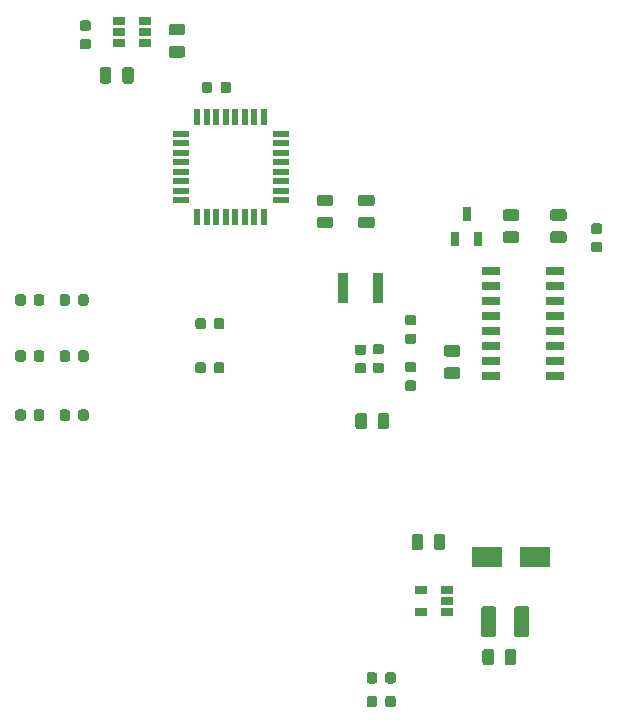
<source format=gbr>
G04 #@! TF.GenerationSoftware,KiCad,Pcbnew,(5.1.5)-3*
G04 #@! TF.CreationDate,2020-03-19T10:51:44+02:00*
G04 #@! TF.ProjectId,SeamlessVision,5365616d-6c65-4737-9356-6973696f6e2e,rev?*
G04 #@! TF.SameCoordinates,Original*
G04 #@! TF.FileFunction,Paste,Top*
G04 #@! TF.FilePolarity,Positive*
%FSLAX46Y46*%
G04 Gerber Fmt 4.6, Leading zero omitted, Abs format (unit mm)*
G04 Created by KiCad (PCBNEW (5.1.5)-3) date 2020-03-19 10:51:44*
%MOMM*%
%LPD*%
G04 APERTURE LIST*
%ADD10C,0.100000*%
%ADD11R,2.500000X1.800000*%
%ADD12R,1.550000X0.700000*%
%ADD13R,1.475000X0.600000*%
%ADD14R,0.600000X1.475000*%
%ADD15R,0.900000X2.500000*%
%ADD16R,0.650000X1.200000*%
%ADD17R,1.060000X0.650000*%
G04 APERTURE END LIST*
D10*
G36*
X55002691Y-102526053D02*
G01*
X55023926Y-102529203D01*
X55044750Y-102534419D01*
X55064962Y-102541651D01*
X55084368Y-102550830D01*
X55102781Y-102561866D01*
X55120024Y-102574654D01*
X55135930Y-102589070D01*
X55150346Y-102604976D01*
X55163134Y-102622219D01*
X55174170Y-102640632D01*
X55183349Y-102660038D01*
X55190581Y-102680250D01*
X55195797Y-102701074D01*
X55198947Y-102722309D01*
X55200000Y-102743750D01*
X55200000Y-103256250D01*
X55198947Y-103277691D01*
X55195797Y-103298926D01*
X55190581Y-103319750D01*
X55183349Y-103339962D01*
X55174170Y-103359368D01*
X55163134Y-103377781D01*
X55150346Y-103395024D01*
X55135930Y-103410930D01*
X55120024Y-103425346D01*
X55102781Y-103438134D01*
X55084368Y-103449170D01*
X55064962Y-103458349D01*
X55044750Y-103465581D01*
X55023926Y-103470797D01*
X55002691Y-103473947D01*
X54981250Y-103475000D01*
X54543750Y-103475000D01*
X54522309Y-103473947D01*
X54501074Y-103470797D01*
X54480250Y-103465581D01*
X54460038Y-103458349D01*
X54440632Y-103449170D01*
X54422219Y-103438134D01*
X54404976Y-103425346D01*
X54389070Y-103410930D01*
X54374654Y-103395024D01*
X54361866Y-103377781D01*
X54350830Y-103359368D01*
X54341651Y-103339962D01*
X54334419Y-103319750D01*
X54329203Y-103298926D01*
X54326053Y-103277691D01*
X54325000Y-103256250D01*
X54325000Y-102743750D01*
X54326053Y-102722309D01*
X54329203Y-102701074D01*
X54334419Y-102680250D01*
X54341651Y-102660038D01*
X54350830Y-102640632D01*
X54361866Y-102622219D01*
X54374654Y-102604976D01*
X54389070Y-102589070D01*
X54404976Y-102574654D01*
X54422219Y-102561866D01*
X54440632Y-102550830D01*
X54460038Y-102541651D01*
X54480250Y-102534419D01*
X54501074Y-102529203D01*
X54522309Y-102526053D01*
X54543750Y-102525000D01*
X54981250Y-102525000D01*
X55002691Y-102526053D01*
G37*
G36*
X56577691Y-102526053D02*
G01*
X56598926Y-102529203D01*
X56619750Y-102534419D01*
X56639962Y-102541651D01*
X56659368Y-102550830D01*
X56677781Y-102561866D01*
X56695024Y-102574654D01*
X56710930Y-102589070D01*
X56725346Y-102604976D01*
X56738134Y-102622219D01*
X56749170Y-102640632D01*
X56758349Y-102660038D01*
X56765581Y-102680250D01*
X56770797Y-102701074D01*
X56773947Y-102722309D01*
X56775000Y-102743750D01*
X56775000Y-103256250D01*
X56773947Y-103277691D01*
X56770797Y-103298926D01*
X56765581Y-103319750D01*
X56758349Y-103339962D01*
X56749170Y-103359368D01*
X56738134Y-103377781D01*
X56725346Y-103395024D01*
X56710930Y-103410930D01*
X56695024Y-103425346D01*
X56677781Y-103438134D01*
X56659368Y-103449170D01*
X56639962Y-103458349D01*
X56619750Y-103465581D01*
X56598926Y-103470797D01*
X56577691Y-103473947D01*
X56556250Y-103475000D01*
X56118750Y-103475000D01*
X56097309Y-103473947D01*
X56076074Y-103470797D01*
X56055250Y-103465581D01*
X56035038Y-103458349D01*
X56015632Y-103449170D01*
X55997219Y-103438134D01*
X55979976Y-103425346D01*
X55964070Y-103410930D01*
X55949654Y-103395024D01*
X55936866Y-103377781D01*
X55925830Y-103359368D01*
X55916651Y-103339962D01*
X55909419Y-103319750D01*
X55904203Y-103298926D01*
X55901053Y-103277691D01*
X55900000Y-103256250D01*
X55900000Y-102743750D01*
X55901053Y-102722309D01*
X55904203Y-102701074D01*
X55909419Y-102680250D01*
X55916651Y-102660038D01*
X55925830Y-102640632D01*
X55936866Y-102622219D01*
X55949654Y-102604976D01*
X55964070Y-102589070D01*
X55979976Y-102574654D01*
X55997219Y-102561866D01*
X56015632Y-102550830D01*
X56035038Y-102541651D01*
X56055250Y-102534419D01*
X56076074Y-102529203D01*
X56097309Y-102526053D01*
X56118750Y-102525000D01*
X56556250Y-102525000D01*
X56577691Y-102526053D01*
G37*
G36*
X69527691Y-126313553D02*
G01*
X69548926Y-126316703D01*
X69569750Y-126321919D01*
X69589962Y-126329151D01*
X69609368Y-126338330D01*
X69627781Y-126349366D01*
X69645024Y-126362154D01*
X69660930Y-126376570D01*
X69675346Y-126392476D01*
X69688134Y-126409719D01*
X69699170Y-126428132D01*
X69708349Y-126447538D01*
X69715581Y-126467750D01*
X69720797Y-126488574D01*
X69723947Y-126509809D01*
X69725000Y-126531250D01*
X69725000Y-126968750D01*
X69723947Y-126990191D01*
X69720797Y-127011426D01*
X69715581Y-127032250D01*
X69708349Y-127052462D01*
X69699170Y-127071868D01*
X69688134Y-127090281D01*
X69675346Y-127107524D01*
X69660930Y-127123430D01*
X69645024Y-127137846D01*
X69627781Y-127150634D01*
X69609368Y-127161670D01*
X69589962Y-127170849D01*
X69569750Y-127178081D01*
X69548926Y-127183297D01*
X69527691Y-127186447D01*
X69506250Y-127187500D01*
X68993750Y-127187500D01*
X68972309Y-127186447D01*
X68951074Y-127183297D01*
X68930250Y-127178081D01*
X68910038Y-127170849D01*
X68890632Y-127161670D01*
X68872219Y-127150634D01*
X68854976Y-127137846D01*
X68839070Y-127123430D01*
X68824654Y-127107524D01*
X68811866Y-127090281D01*
X68800830Y-127071868D01*
X68791651Y-127052462D01*
X68784419Y-127032250D01*
X68779203Y-127011426D01*
X68776053Y-126990191D01*
X68775000Y-126968750D01*
X68775000Y-126531250D01*
X68776053Y-126509809D01*
X68779203Y-126488574D01*
X68784419Y-126467750D01*
X68791651Y-126447538D01*
X68800830Y-126428132D01*
X68811866Y-126409719D01*
X68824654Y-126392476D01*
X68839070Y-126376570D01*
X68854976Y-126362154D01*
X68872219Y-126349366D01*
X68890632Y-126338330D01*
X68910038Y-126329151D01*
X68930250Y-126321919D01*
X68951074Y-126316703D01*
X68972309Y-126313553D01*
X68993750Y-126312500D01*
X69506250Y-126312500D01*
X69527691Y-126313553D01*
G37*
G36*
X69527691Y-124738553D02*
G01*
X69548926Y-124741703D01*
X69569750Y-124746919D01*
X69589962Y-124754151D01*
X69609368Y-124763330D01*
X69627781Y-124774366D01*
X69645024Y-124787154D01*
X69660930Y-124801570D01*
X69675346Y-124817476D01*
X69688134Y-124834719D01*
X69699170Y-124853132D01*
X69708349Y-124872538D01*
X69715581Y-124892750D01*
X69720797Y-124913574D01*
X69723947Y-124934809D01*
X69725000Y-124956250D01*
X69725000Y-125393750D01*
X69723947Y-125415191D01*
X69720797Y-125436426D01*
X69715581Y-125457250D01*
X69708349Y-125477462D01*
X69699170Y-125496868D01*
X69688134Y-125515281D01*
X69675346Y-125532524D01*
X69660930Y-125548430D01*
X69645024Y-125562846D01*
X69627781Y-125575634D01*
X69609368Y-125586670D01*
X69589962Y-125595849D01*
X69569750Y-125603081D01*
X69548926Y-125608297D01*
X69527691Y-125611447D01*
X69506250Y-125612500D01*
X68993750Y-125612500D01*
X68972309Y-125611447D01*
X68951074Y-125608297D01*
X68930250Y-125603081D01*
X68910038Y-125595849D01*
X68890632Y-125586670D01*
X68872219Y-125575634D01*
X68854976Y-125562846D01*
X68839070Y-125548430D01*
X68824654Y-125532524D01*
X68811866Y-125515281D01*
X68800830Y-125496868D01*
X68791651Y-125477462D01*
X68784419Y-125457250D01*
X68779203Y-125436426D01*
X68776053Y-125415191D01*
X68775000Y-125393750D01*
X68775000Y-124956250D01*
X68776053Y-124934809D01*
X68779203Y-124913574D01*
X68784419Y-124892750D01*
X68791651Y-124872538D01*
X68800830Y-124853132D01*
X68811866Y-124834719D01*
X68824654Y-124817476D01*
X68839070Y-124801570D01*
X68854976Y-124787154D01*
X68872219Y-124774366D01*
X68890632Y-124763330D01*
X68910038Y-124754151D01*
X68930250Y-124746919D01*
X68951074Y-124741703D01*
X68972309Y-124738553D01*
X68993750Y-124737500D01*
X69506250Y-124737500D01*
X69527691Y-124738553D01*
G37*
G36*
X70527691Y-154526053D02*
G01*
X70548926Y-154529203D01*
X70569750Y-154534419D01*
X70589962Y-154541651D01*
X70609368Y-154550830D01*
X70627781Y-154561866D01*
X70645024Y-154574654D01*
X70660930Y-154589070D01*
X70675346Y-154604976D01*
X70688134Y-154622219D01*
X70699170Y-154640632D01*
X70708349Y-154660038D01*
X70715581Y-154680250D01*
X70720797Y-154701074D01*
X70723947Y-154722309D01*
X70725000Y-154743750D01*
X70725000Y-155256250D01*
X70723947Y-155277691D01*
X70720797Y-155298926D01*
X70715581Y-155319750D01*
X70708349Y-155339962D01*
X70699170Y-155359368D01*
X70688134Y-155377781D01*
X70675346Y-155395024D01*
X70660930Y-155410930D01*
X70645024Y-155425346D01*
X70627781Y-155438134D01*
X70609368Y-155449170D01*
X70589962Y-155458349D01*
X70569750Y-155465581D01*
X70548926Y-155470797D01*
X70527691Y-155473947D01*
X70506250Y-155475000D01*
X70068750Y-155475000D01*
X70047309Y-155473947D01*
X70026074Y-155470797D01*
X70005250Y-155465581D01*
X69985038Y-155458349D01*
X69965632Y-155449170D01*
X69947219Y-155438134D01*
X69929976Y-155425346D01*
X69914070Y-155410930D01*
X69899654Y-155395024D01*
X69886866Y-155377781D01*
X69875830Y-155359368D01*
X69866651Y-155339962D01*
X69859419Y-155319750D01*
X69854203Y-155298926D01*
X69851053Y-155277691D01*
X69850000Y-155256250D01*
X69850000Y-154743750D01*
X69851053Y-154722309D01*
X69854203Y-154701074D01*
X69859419Y-154680250D01*
X69866651Y-154660038D01*
X69875830Y-154640632D01*
X69886866Y-154622219D01*
X69899654Y-154604976D01*
X69914070Y-154589070D01*
X69929976Y-154574654D01*
X69947219Y-154561866D01*
X69965632Y-154550830D01*
X69985038Y-154541651D01*
X70005250Y-154534419D01*
X70026074Y-154529203D01*
X70047309Y-154526053D01*
X70068750Y-154525000D01*
X70506250Y-154525000D01*
X70527691Y-154526053D01*
G37*
G36*
X68952691Y-154526053D02*
G01*
X68973926Y-154529203D01*
X68994750Y-154534419D01*
X69014962Y-154541651D01*
X69034368Y-154550830D01*
X69052781Y-154561866D01*
X69070024Y-154574654D01*
X69085930Y-154589070D01*
X69100346Y-154604976D01*
X69113134Y-154622219D01*
X69124170Y-154640632D01*
X69133349Y-154660038D01*
X69140581Y-154680250D01*
X69145797Y-154701074D01*
X69148947Y-154722309D01*
X69150000Y-154743750D01*
X69150000Y-155256250D01*
X69148947Y-155277691D01*
X69145797Y-155298926D01*
X69140581Y-155319750D01*
X69133349Y-155339962D01*
X69124170Y-155359368D01*
X69113134Y-155377781D01*
X69100346Y-155395024D01*
X69085930Y-155410930D01*
X69070024Y-155425346D01*
X69052781Y-155438134D01*
X69034368Y-155449170D01*
X69014962Y-155458349D01*
X68994750Y-155465581D01*
X68973926Y-155470797D01*
X68952691Y-155473947D01*
X68931250Y-155475000D01*
X68493750Y-155475000D01*
X68472309Y-155473947D01*
X68451074Y-155470797D01*
X68430250Y-155465581D01*
X68410038Y-155458349D01*
X68390632Y-155449170D01*
X68372219Y-155438134D01*
X68354976Y-155425346D01*
X68339070Y-155410930D01*
X68324654Y-155395024D01*
X68311866Y-155377781D01*
X68300830Y-155359368D01*
X68291651Y-155339962D01*
X68284419Y-155319750D01*
X68279203Y-155298926D01*
X68276053Y-155277691D01*
X68275000Y-155256250D01*
X68275000Y-154743750D01*
X68276053Y-154722309D01*
X68279203Y-154701074D01*
X68284419Y-154680250D01*
X68291651Y-154660038D01*
X68300830Y-154640632D01*
X68311866Y-154622219D01*
X68324654Y-154604976D01*
X68339070Y-154589070D01*
X68354976Y-154574654D01*
X68372219Y-154561866D01*
X68390632Y-154550830D01*
X68410038Y-154541651D01*
X68430250Y-154534419D01*
X68451074Y-154529203D01*
X68472309Y-154526053D01*
X68493750Y-154525000D01*
X68931250Y-154525000D01*
X68952691Y-154526053D01*
G37*
G36*
X70527691Y-152526053D02*
G01*
X70548926Y-152529203D01*
X70569750Y-152534419D01*
X70589962Y-152541651D01*
X70609368Y-152550830D01*
X70627781Y-152561866D01*
X70645024Y-152574654D01*
X70660930Y-152589070D01*
X70675346Y-152604976D01*
X70688134Y-152622219D01*
X70699170Y-152640632D01*
X70708349Y-152660038D01*
X70715581Y-152680250D01*
X70720797Y-152701074D01*
X70723947Y-152722309D01*
X70725000Y-152743750D01*
X70725000Y-153256250D01*
X70723947Y-153277691D01*
X70720797Y-153298926D01*
X70715581Y-153319750D01*
X70708349Y-153339962D01*
X70699170Y-153359368D01*
X70688134Y-153377781D01*
X70675346Y-153395024D01*
X70660930Y-153410930D01*
X70645024Y-153425346D01*
X70627781Y-153438134D01*
X70609368Y-153449170D01*
X70589962Y-153458349D01*
X70569750Y-153465581D01*
X70548926Y-153470797D01*
X70527691Y-153473947D01*
X70506250Y-153475000D01*
X70068750Y-153475000D01*
X70047309Y-153473947D01*
X70026074Y-153470797D01*
X70005250Y-153465581D01*
X69985038Y-153458349D01*
X69965632Y-153449170D01*
X69947219Y-153438134D01*
X69929976Y-153425346D01*
X69914070Y-153410930D01*
X69899654Y-153395024D01*
X69886866Y-153377781D01*
X69875830Y-153359368D01*
X69866651Y-153339962D01*
X69859419Y-153319750D01*
X69854203Y-153298926D01*
X69851053Y-153277691D01*
X69850000Y-153256250D01*
X69850000Y-152743750D01*
X69851053Y-152722309D01*
X69854203Y-152701074D01*
X69859419Y-152680250D01*
X69866651Y-152660038D01*
X69875830Y-152640632D01*
X69886866Y-152622219D01*
X69899654Y-152604976D01*
X69914070Y-152589070D01*
X69929976Y-152574654D01*
X69947219Y-152561866D01*
X69965632Y-152550830D01*
X69985038Y-152541651D01*
X70005250Y-152534419D01*
X70026074Y-152529203D01*
X70047309Y-152526053D01*
X70068750Y-152525000D01*
X70506250Y-152525000D01*
X70527691Y-152526053D01*
G37*
G36*
X68952691Y-152526053D02*
G01*
X68973926Y-152529203D01*
X68994750Y-152534419D01*
X69014962Y-152541651D01*
X69034368Y-152550830D01*
X69052781Y-152561866D01*
X69070024Y-152574654D01*
X69085930Y-152589070D01*
X69100346Y-152604976D01*
X69113134Y-152622219D01*
X69124170Y-152640632D01*
X69133349Y-152660038D01*
X69140581Y-152680250D01*
X69145797Y-152701074D01*
X69148947Y-152722309D01*
X69150000Y-152743750D01*
X69150000Y-153256250D01*
X69148947Y-153277691D01*
X69145797Y-153298926D01*
X69140581Y-153319750D01*
X69133349Y-153339962D01*
X69124170Y-153359368D01*
X69113134Y-153377781D01*
X69100346Y-153395024D01*
X69085930Y-153410930D01*
X69070024Y-153425346D01*
X69052781Y-153438134D01*
X69034368Y-153449170D01*
X69014962Y-153458349D01*
X68994750Y-153465581D01*
X68973926Y-153470797D01*
X68952691Y-153473947D01*
X68931250Y-153475000D01*
X68493750Y-153475000D01*
X68472309Y-153473947D01*
X68451074Y-153470797D01*
X68430250Y-153465581D01*
X68410038Y-153458349D01*
X68390632Y-153449170D01*
X68372219Y-153438134D01*
X68354976Y-153425346D01*
X68339070Y-153410930D01*
X68324654Y-153395024D01*
X68311866Y-153377781D01*
X68300830Y-153359368D01*
X68291651Y-153339962D01*
X68284419Y-153319750D01*
X68279203Y-153298926D01*
X68276053Y-153277691D01*
X68275000Y-153256250D01*
X68275000Y-152743750D01*
X68276053Y-152722309D01*
X68279203Y-152701074D01*
X68284419Y-152680250D01*
X68291651Y-152660038D01*
X68300830Y-152640632D01*
X68311866Y-152622219D01*
X68324654Y-152604976D01*
X68339070Y-152589070D01*
X68354976Y-152574654D01*
X68372219Y-152561866D01*
X68390632Y-152550830D01*
X68410038Y-152541651D01*
X68430250Y-152534419D01*
X68451074Y-152529203D01*
X68472309Y-152526053D01*
X68493750Y-152525000D01*
X68931250Y-152525000D01*
X68952691Y-152526053D01*
G37*
G36*
X40777691Y-120526053D02*
G01*
X40798926Y-120529203D01*
X40819750Y-120534419D01*
X40839962Y-120541651D01*
X40859368Y-120550830D01*
X40877781Y-120561866D01*
X40895024Y-120574654D01*
X40910930Y-120589070D01*
X40925346Y-120604976D01*
X40938134Y-120622219D01*
X40949170Y-120640632D01*
X40958349Y-120660038D01*
X40965581Y-120680250D01*
X40970797Y-120701074D01*
X40973947Y-120722309D01*
X40975000Y-120743750D01*
X40975000Y-121256250D01*
X40973947Y-121277691D01*
X40970797Y-121298926D01*
X40965581Y-121319750D01*
X40958349Y-121339962D01*
X40949170Y-121359368D01*
X40938134Y-121377781D01*
X40925346Y-121395024D01*
X40910930Y-121410930D01*
X40895024Y-121425346D01*
X40877781Y-121438134D01*
X40859368Y-121449170D01*
X40839962Y-121458349D01*
X40819750Y-121465581D01*
X40798926Y-121470797D01*
X40777691Y-121473947D01*
X40756250Y-121475000D01*
X40318750Y-121475000D01*
X40297309Y-121473947D01*
X40276074Y-121470797D01*
X40255250Y-121465581D01*
X40235038Y-121458349D01*
X40215632Y-121449170D01*
X40197219Y-121438134D01*
X40179976Y-121425346D01*
X40164070Y-121410930D01*
X40149654Y-121395024D01*
X40136866Y-121377781D01*
X40125830Y-121359368D01*
X40116651Y-121339962D01*
X40109419Y-121319750D01*
X40104203Y-121298926D01*
X40101053Y-121277691D01*
X40100000Y-121256250D01*
X40100000Y-120743750D01*
X40101053Y-120722309D01*
X40104203Y-120701074D01*
X40109419Y-120680250D01*
X40116651Y-120660038D01*
X40125830Y-120640632D01*
X40136866Y-120622219D01*
X40149654Y-120604976D01*
X40164070Y-120589070D01*
X40179976Y-120574654D01*
X40197219Y-120561866D01*
X40215632Y-120550830D01*
X40235038Y-120541651D01*
X40255250Y-120534419D01*
X40276074Y-120529203D01*
X40297309Y-120526053D01*
X40318750Y-120525000D01*
X40756250Y-120525000D01*
X40777691Y-120526053D01*
G37*
G36*
X39202691Y-120526053D02*
G01*
X39223926Y-120529203D01*
X39244750Y-120534419D01*
X39264962Y-120541651D01*
X39284368Y-120550830D01*
X39302781Y-120561866D01*
X39320024Y-120574654D01*
X39335930Y-120589070D01*
X39350346Y-120604976D01*
X39363134Y-120622219D01*
X39374170Y-120640632D01*
X39383349Y-120660038D01*
X39390581Y-120680250D01*
X39395797Y-120701074D01*
X39398947Y-120722309D01*
X39400000Y-120743750D01*
X39400000Y-121256250D01*
X39398947Y-121277691D01*
X39395797Y-121298926D01*
X39390581Y-121319750D01*
X39383349Y-121339962D01*
X39374170Y-121359368D01*
X39363134Y-121377781D01*
X39350346Y-121395024D01*
X39335930Y-121410930D01*
X39320024Y-121425346D01*
X39302781Y-121438134D01*
X39284368Y-121449170D01*
X39264962Y-121458349D01*
X39244750Y-121465581D01*
X39223926Y-121470797D01*
X39202691Y-121473947D01*
X39181250Y-121475000D01*
X38743750Y-121475000D01*
X38722309Y-121473947D01*
X38701074Y-121470797D01*
X38680250Y-121465581D01*
X38660038Y-121458349D01*
X38640632Y-121449170D01*
X38622219Y-121438134D01*
X38604976Y-121425346D01*
X38589070Y-121410930D01*
X38574654Y-121395024D01*
X38561866Y-121377781D01*
X38550830Y-121359368D01*
X38541651Y-121339962D01*
X38534419Y-121319750D01*
X38529203Y-121298926D01*
X38526053Y-121277691D01*
X38525000Y-121256250D01*
X38525000Y-120743750D01*
X38526053Y-120722309D01*
X38529203Y-120701074D01*
X38534419Y-120680250D01*
X38541651Y-120660038D01*
X38550830Y-120640632D01*
X38561866Y-120622219D01*
X38574654Y-120604976D01*
X38589070Y-120589070D01*
X38604976Y-120574654D01*
X38622219Y-120561866D01*
X38640632Y-120550830D01*
X38660038Y-120541651D01*
X38680250Y-120534419D01*
X38701074Y-120529203D01*
X38722309Y-120526053D01*
X38743750Y-120525000D01*
X39181250Y-120525000D01*
X39202691Y-120526053D01*
G37*
G36*
X40777691Y-125276053D02*
G01*
X40798926Y-125279203D01*
X40819750Y-125284419D01*
X40839962Y-125291651D01*
X40859368Y-125300830D01*
X40877781Y-125311866D01*
X40895024Y-125324654D01*
X40910930Y-125339070D01*
X40925346Y-125354976D01*
X40938134Y-125372219D01*
X40949170Y-125390632D01*
X40958349Y-125410038D01*
X40965581Y-125430250D01*
X40970797Y-125451074D01*
X40973947Y-125472309D01*
X40975000Y-125493750D01*
X40975000Y-126006250D01*
X40973947Y-126027691D01*
X40970797Y-126048926D01*
X40965581Y-126069750D01*
X40958349Y-126089962D01*
X40949170Y-126109368D01*
X40938134Y-126127781D01*
X40925346Y-126145024D01*
X40910930Y-126160930D01*
X40895024Y-126175346D01*
X40877781Y-126188134D01*
X40859368Y-126199170D01*
X40839962Y-126208349D01*
X40819750Y-126215581D01*
X40798926Y-126220797D01*
X40777691Y-126223947D01*
X40756250Y-126225000D01*
X40318750Y-126225000D01*
X40297309Y-126223947D01*
X40276074Y-126220797D01*
X40255250Y-126215581D01*
X40235038Y-126208349D01*
X40215632Y-126199170D01*
X40197219Y-126188134D01*
X40179976Y-126175346D01*
X40164070Y-126160930D01*
X40149654Y-126145024D01*
X40136866Y-126127781D01*
X40125830Y-126109368D01*
X40116651Y-126089962D01*
X40109419Y-126069750D01*
X40104203Y-126048926D01*
X40101053Y-126027691D01*
X40100000Y-126006250D01*
X40100000Y-125493750D01*
X40101053Y-125472309D01*
X40104203Y-125451074D01*
X40109419Y-125430250D01*
X40116651Y-125410038D01*
X40125830Y-125390632D01*
X40136866Y-125372219D01*
X40149654Y-125354976D01*
X40164070Y-125339070D01*
X40179976Y-125324654D01*
X40197219Y-125311866D01*
X40215632Y-125300830D01*
X40235038Y-125291651D01*
X40255250Y-125284419D01*
X40276074Y-125279203D01*
X40297309Y-125276053D01*
X40318750Y-125275000D01*
X40756250Y-125275000D01*
X40777691Y-125276053D01*
G37*
G36*
X39202691Y-125276053D02*
G01*
X39223926Y-125279203D01*
X39244750Y-125284419D01*
X39264962Y-125291651D01*
X39284368Y-125300830D01*
X39302781Y-125311866D01*
X39320024Y-125324654D01*
X39335930Y-125339070D01*
X39350346Y-125354976D01*
X39363134Y-125372219D01*
X39374170Y-125390632D01*
X39383349Y-125410038D01*
X39390581Y-125430250D01*
X39395797Y-125451074D01*
X39398947Y-125472309D01*
X39400000Y-125493750D01*
X39400000Y-126006250D01*
X39398947Y-126027691D01*
X39395797Y-126048926D01*
X39390581Y-126069750D01*
X39383349Y-126089962D01*
X39374170Y-126109368D01*
X39363134Y-126127781D01*
X39350346Y-126145024D01*
X39335930Y-126160930D01*
X39320024Y-126175346D01*
X39302781Y-126188134D01*
X39284368Y-126199170D01*
X39264962Y-126208349D01*
X39244750Y-126215581D01*
X39223926Y-126220797D01*
X39202691Y-126223947D01*
X39181250Y-126225000D01*
X38743750Y-126225000D01*
X38722309Y-126223947D01*
X38701074Y-126220797D01*
X38680250Y-126215581D01*
X38660038Y-126208349D01*
X38640632Y-126199170D01*
X38622219Y-126188134D01*
X38604976Y-126175346D01*
X38589070Y-126160930D01*
X38574654Y-126145024D01*
X38561866Y-126127781D01*
X38550830Y-126109368D01*
X38541651Y-126089962D01*
X38534419Y-126069750D01*
X38529203Y-126048926D01*
X38526053Y-126027691D01*
X38525000Y-126006250D01*
X38525000Y-125493750D01*
X38526053Y-125472309D01*
X38529203Y-125451074D01*
X38534419Y-125430250D01*
X38541651Y-125410038D01*
X38550830Y-125390632D01*
X38561866Y-125372219D01*
X38574654Y-125354976D01*
X38589070Y-125339070D01*
X38604976Y-125324654D01*
X38622219Y-125311866D01*
X38640632Y-125300830D01*
X38660038Y-125291651D01*
X38680250Y-125284419D01*
X38701074Y-125279203D01*
X38722309Y-125276053D01*
X38743750Y-125275000D01*
X39181250Y-125275000D01*
X39202691Y-125276053D01*
G37*
G36*
X39202691Y-130276053D02*
G01*
X39223926Y-130279203D01*
X39244750Y-130284419D01*
X39264962Y-130291651D01*
X39284368Y-130300830D01*
X39302781Y-130311866D01*
X39320024Y-130324654D01*
X39335930Y-130339070D01*
X39350346Y-130354976D01*
X39363134Y-130372219D01*
X39374170Y-130390632D01*
X39383349Y-130410038D01*
X39390581Y-130430250D01*
X39395797Y-130451074D01*
X39398947Y-130472309D01*
X39400000Y-130493750D01*
X39400000Y-131006250D01*
X39398947Y-131027691D01*
X39395797Y-131048926D01*
X39390581Y-131069750D01*
X39383349Y-131089962D01*
X39374170Y-131109368D01*
X39363134Y-131127781D01*
X39350346Y-131145024D01*
X39335930Y-131160930D01*
X39320024Y-131175346D01*
X39302781Y-131188134D01*
X39284368Y-131199170D01*
X39264962Y-131208349D01*
X39244750Y-131215581D01*
X39223926Y-131220797D01*
X39202691Y-131223947D01*
X39181250Y-131225000D01*
X38743750Y-131225000D01*
X38722309Y-131223947D01*
X38701074Y-131220797D01*
X38680250Y-131215581D01*
X38660038Y-131208349D01*
X38640632Y-131199170D01*
X38622219Y-131188134D01*
X38604976Y-131175346D01*
X38589070Y-131160930D01*
X38574654Y-131145024D01*
X38561866Y-131127781D01*
X38550830Y-131109368D01*
X38541651Y-131089962D01*
X38534419Y-131069750D01*
X38529203Y-131048926D01*
X38526053Y-131027691D01*
X38525000Y-131006250D01*
X38525000Y-130493750D01*
X38526053Y-130472309D01*
X38529203Y-130451074D01*
X38534419Y-130430250D01*
X38541651Y-130410038D01*
X38550830Y-130390632D01*
X38561866Y-130372219D01*
X38574654Y-130354976D01*
X38589070Y-130339070D01*
X38604976Y-130324654D01*
X38622219Y-130311866D01*
X38640632Y-130300830D01*
X38660038Y-130291651D01*
X38680250Y-130284419D01*
X38701074Y-130279203D01*
X38722309Y-130276053D01*
X38743750Y-130275000D01*
X39181250Y-130275000D01*
X39202691Y-130276053D01*
G37*
G36*
X40777691Y-130276053D02*
G01*
X40798926Y-130279203D01*
X40819750Y-130284419D01*
X40839962Y-130291651D01*
X40859368Y-130300830D01*
X40877781Y-130311866D01*
X40895024Y-130324654D01*
X40910930Y-130339070D01*
X40925346Y-130354976D01*
X40938134Y-130372219D01*
X40949170Y-130390632D01*
X40958349Y-130410038D01*
X40965581Y-130430250D01*
X40970797Y-130451074D01*
X40973947Y-130472309D01*
X40975000Y-130493750D01*
X40975000Y-131006250D01*
X40973947Y-131027691D01*
X40970797Y-131048926D01*
X40965581Y-131069750D01*
X40958349Y-131089962D01*
X40949170Y-131109368D01*
X40938134Y-131127781D01*
X40925346Y-131145024D01*
X40910930Y-131160930D01*
X40895024Y-131175346D01*
X40877781Y-131188134D01*
X40859368Y-131199170D01*
X40839962Y-131208349D01*
X40819750Y-131215581D01*
X40798926Y-131220797D01*
X40777691Y-131223947D01*
X40756250Y-131225000D01*
X40318750Y-131225000D01*
X40297309Y-131223947D01*
X40276074Y-131220797D01*
X40255250Y-131215581D01*
X40235038Y-131208349D01*
X40215632Y-131199170D01*
X40197219Y-131188134D01*
X40179976Y-131175346D01*
X40164070Y-131160930D01*
X40149654Y-131145024D01*
X40136866Y-131127781D01*
X40125830Y-131109368D01*
X40116651Y-131089962D01*
X40109419Y-131069750D01*
X40104203Y-131048926D01*
X40101053Y-131027691D01*
X40100000Y-131006250D01*
X40100000Y-130493750D01*
X40101053Y-130472309D01*
X40104203Y-130451074D01*
X40109419Y-130430250D01*
X40116651Y-130410038D01*
X40125830Y-130390632D01*
X40136866Y-130372219D01*
X40149654Y-130354976D01*
X40164070Y-130339070D01*
X40179976Y-130324654D01*
X40197219Y-130311866D01*
X40215632Y-130300830D01*
X40235038Y-130291651D01*
X40255250Y-130284419D01*
X40276074Y-130279203D01*
X40297309Y-130276053D01*
X40318750Y-130275000D01*
X40756250Y-130275000D01*
X40777691Y-130276053D01*
G37*
G36*
X44527691Y-120526053D02*
G01*
X44548926Y-120529203D01*
X44569750Y-120534419D01*
X44589962Y-120541651D01*
X44609368Y-120550830D01*
X44627781Y-120561866D01*
X44645024Y-120574654D01*
X44660930Y-120589070D01*
X44675346Y-120604976D01*
X44688134Y-120622219D01*
X44699170Y-120640632D01*
X44708349Y-120660038D01*
X44715581Y-120680250D01*
X44720797Y-120701074D01*
X44723947Y-120722309D01*
X44725000Y-120743750D01*
X44725000Y-121256250D01*
X44723947Y-121277691D01*
X44720797Y-121298926D01*
X44715581Y-121319750D01*
X44708349Y-121339962D01*
X44699170Y-121359368D01*
X44688134Y-121377781D01*
X44675346Y-121395024D01*
X44660930Y-121410930D01*
X44645024Y-121425346D01*
X44627781Y-121438134D01*
X44609368Y-121449170D01*
X44589962Y-121458349D01*
X44569750Y-121465581D01*
X44548926Y-121470797D01*
X44527691Y-121473947D01*
X44506250Y-121475000D01*
X44068750Y-121475000D01*
X44047309Y-121473947D01*
X44026074Y-121470797D01*
X44005250Y-121465581D01*
X43985038Y-121458349D01*
X43965632Y-121449170D01*
X43947219Y-121438134D01*
X43929976Y-121425346D01*
X43914070Y-121410930D01*
X43899654Y-121395024D01*
X43886866Y-121377781D01*
X43875830Y-121359368D01*
X43866651Y-121339962D01*
X43859419Y-121319750D01*
X43854203Y-121298926D01*
X43851053Y-121277691D01*
X43850000Y-121256250D01*
X43850000Y-120743750D01*
X43851053Y-120722309D01*
X43854203Y-120701074D01*
X43859419Y-120680250D01*
X43866651Y-120660038D01*
X43875830Y-120640632D01*
X43886866Y-120622219D01*
X43899654Y-120604976D01*
X43914070Y-120589070D01*
X43929976Y-120574654D01*
X43947219Y-120561866D01*
X43965632Y-120550830D01*
X43985038Y-120541651D01*
X44005250Y-120534419D01*
X44026074Y-120529203D01*
X44047309Y-120526053D01*
X44068750Y-120525000D01*
X44506250Y-120525000D01*
X44527691Y-120526053D01*
G37*
G36*
X42952691Y-120526053D02*
G01*
X42973926Y-120529203D01*
X42994750Y-120534419D01*
X43014962Y-120541651D01*
X43034368Y-120550830D01*
X43052781Y-120561866D01*
X43070024Y-120574654D01*
X43085930Y-120589070D01*
X43100346Y-120604976D01*
X43113134Y-120622219D01*
X43124170Y-120640632D01*
X43133349Y-120660038D01*
X43140581Y-120680250D01*
X43145797Y-120701074D01*
X43148947Y-120722309D01*
X43150000Y-120743750D01*
X43150000Y-121256250D01*
X43148947Y-121277691D01*
X43145797Y-121298926D01*
X43140581Y-121319750D01*
X43133349Y-121339962D01*
X43124170Y-121359368D01*
X43113134Y-121377781D01*
X43100346Y-121395024D01*
X43085930Y-121410930D01*
X43070024Y-121425346D01*
X43052781Y-121438134D01*
X43034368Y-121449170D01*
X43014962Y-121458349D01*
X42994750Y-121465581D01*
X42973926Y-121470797D01*
X42952691Y-121473947D01*
X42931250Y-121475000D01*
X42493750Y-121475000D01*
X42472309Y-121473947D01*
X42451074Y-121470797D01*
X42430250Y-121465581D01*
X42410038Y-121458349D01*
X42390632Y-121449170D01*
X42372219Y-121438134D01*
X42354976Y-121425346D01*
X42339070Y-121410930D01*
X42324654Y-121395024D01*
X42311866Y-121377781D01*
X42300830Y-121359368D01*
X42291651Y-121339962D01*
X42284419Y-121319750D01*
X42279203Y-121298926D01*
X42276053Y-121277691D01*
X42275000Y-121256250D01*
X42275000Y-120743750D01*
X42276053Y-120722309D01*
X42279203Y-120701074D01*
X42284419Y-120680250D01*
X42291651Y-120660038D01*
X42300830Y-120640632D01*
X42311866Y-120622219D01*
X42324654Y-120604976D01*
X42339070Y-120589070D01*
X42354976Y-120574654D01*
X42372219Y-120561866D01*
X42390632Y-120550830D01*
X42410038Y-120541651D01*
X42430250Y-120534419D01*
X42451074Y-120529203D01*
X42472309Y-120526053D01*
X42493750Y-120525000D01*
X42931250Y-120525000D01*
X42952691Y-120526053D01*
G37*
G36*
X42952691Y-125276053D02*
G01*
X42973926Y-125279203D01*
X42994750Y-125284419D01*
X43014962Y-125291651D01*
X43034368Y-125300830D01*
X43052781Y-125311866D01*
X43070024Y-125324654D01*
X43085930Y-125339070D01*
X43100346Y-125354976D01*
X43113134Y-125372219D01*
X43124170Y-125390632D01*
X43133349Y-125410038D01*
X43140581Y-125430250D01*
X43145797Y-125451074D01*
X43148947Y-125472309D01*
X43150000Y-125493750D01*
X43150000Y-126006250D01*
X43148947Y-126027691D01*
X43145797Y-126048926D01*
X43140581Y-126069750D01*
X43133349Y-126089962D01*
X43124170Y-126109368D01*
X43113134Y-126127781D01*
X43100346Y-126145024D01*
X43085930Y-126160930D01*
X43070024Y-126175346D01*
X43052781Y-126188134D01*
X43034368Y-126199170D01*
X43014962Y-126208349D01*
X42994750Y-126215581D01*
X42973926Y-126220797D01*
X42952691Y-126223947D01*
X42931250Y-126225000D01*
X42493750Y-126225000D01*
X42472309Y-126223947D01*
X42451074Y-126220797D01*
X42430250Y-126215581D01*
X42410038Y-126208349D01*
X42390632Y-126199170D01*
X42372219Y-126188134D01*
X42354976Y-126175346D01*
X42339070Y-126160930D01*
X42324654Y-126145024D01*
X42311866Y-126127781D01*
X42300830Y-126109368D01*
X42291651Y-126089962D01*
X42284419Y-126069750D01*
X42279203Y-126048926D01*
X42276053Y-126027691D01*
X42275000Y-126006250D01*
X42275000Y-125493750D01*
X42276053Y-125472309D01*
X42279203Y-125451074D01*
X42284419Y-125430250D01*
X42291651Y-125410038D01*
X42300830Y-125390632D01*
X42311866Y-125372219D01*
X42324654Y-125354976D01*
X42339070Y-125339070D01*
X42354976Y-125324654D01*
X42372219Y-125311866D01*
X42390632Y-125300830D01*
X42410038Y-125291651D01*
X42430250Y-125284419D01*
X42451074Y-125279203D01*
X42472309Y-125276053D01*
X42493750Y-125275000D01*
X42931250Y-125275000D01*
X42952691Y-125276053D01*
G37*
G36*
X44527691Y-125276053D02*
G01*
X44548926Y-125279203D01*
X44569750Y-125284419D01*
X44589962Y-125291651D01*
X44609368Y-125300830D01*
X44627781Y-125311866D01*
X44645024Y-125324654D01*
X44660930Y-125339070D01*
X44675346Y-125354976D01*
X44688134Y-125372219D01*
X44699170Y-125390632D01*
X44708349Y-125410038D01*
X44715581Y-125430250D01*
X44720797Y-125451074D01*
X44723947Y-125472309D01*
X44725000Y-125493750D01*
X44725000Y-126006250D01*
X44723947Y-126027691D01*
X44720797Y-126048926D01*
X44715581Y-126069750D01*
X44708349Y-126089962D01*
X44699170Y-126109368D01*
X44688134Y-126127781D01*
X44675346Y-126145024D01*
X44660930Y-126160930D01*
X44645024Y-126175346D01*
X44627781Y-126188134D01*
X44609368Y-126199170D01*
X44589962Y-126208349D01*
X44569750Y-126215581D01*
X44548926Y-126220797D01*
X44527691Y-126223947D01*
X44506250Y-126225000D01*
X44068750Y-126225000D01*
X44047309Y-126223947D01*
X44026074Y-126220797D01*
X44005250Y-126215581D01*
X43985038Y-126208349D01*
X43965632Y-126199170D01*
X43947219Y-126188134D01*
X43929976Y-126175346D01*
X43914070Y-126160930D01*
X43899654Y-126145024D01*
X43886866Y-126127781D01*
X43875830Y-126109368D01*
X43866651Y-126089962D01*
X43859419Y-126069750D01*
X43854203Y-126048926D01*
X43851053Y-126027691D01*
X43850000Y-126006250D01*
X43850000Y-125493750D01*
X43851053Y-125472309D01*
X43854203Y-125451074D01*
X43859419Y-125430250D01*
X43866651Y-125410038D01*
X43875830Y-125390632D01*
X43886866Y-125372219D01*
X43899654Y-125354976D01*
X43914070Y-125339070D01*
X43929976Y-125324654D01*
X43947219Y-125311866D01*
X43965632Y-125300830D01*
X43985038Y-125291651D01*
X44005250Y-125284419D01*
X44026074Y-125279203D01*
X44047309Y-125276053D01*
X44068750Y-125275000D01*
X44506250Y-125275000D01*
X44527691Y-125276053D01*
G37*
G36*
X42952691Y-130276053D02*
G01*
X42973926Y-130279203D01*
X42994750Y-130284419D01*
X43014962Y-130291651D01*
X43034368Y-130300830D01*
X43052781Y-130311866D01*
X43070024Y-130324654D01*
X43085930Y-130339070D01*
X43100346Y-130354976D01*
X43113134Y-130372219D01*
X43124170Y-130390632D01*
X43133349Y-130410038D01*
X43140581Y-130430250D01*
X43145797Y-130451074D01*
X43148947Y-130472309D01*
X43150000Y-130493750D01*
X43150000Y-131006250D01*
X43148947Y-131027691D01*
X43145797Y-131048926D01*
X43140581Y-131069750D01*
X43133349Y-131089962D01*
X43124170Y-131109368D01*
X43113134Y-131127781D01*
X43100346Y-131145024D01*
X43085930Y-131160930D01*
X43070024Y-131175346D01*
X43052781Y-131188134D01*
X43034368Y-131199170D01*
X43014962Y-131208349D01*
X42994750Y-131215581D01*
X42973926Y-131220797D01*
X42952691Y-131223947D01*
X42931250Y-131225000D01*
X42493750Y-131225000D01*
X42472309Y-131223947D01*
X42451074Y-131220797D01*
X42430250Y-131215581D01*
X42410038Y-131208349D01*
X42390632Y-131199170D01*
X42372219Y-131188134D01*
X42354976Y-131175346D01*
X42339070Y-131160930D01*
X42324654Y-131145024D01*
X42311866Y-131127781D01*
X42300830Y-131109368D01*
X42291651Y-131089962D01*
X42284419Y-131069750D01*
X42279203Y-131048926D01*
X42276053Y-131027691D01*
X42275000Y-131006250D01*
X42275000Y-130493750D01*
X42276053Y-130472309D01*
X42279203Y-130451074D01*
X42284419Y-130430250D01*
X42291651Y-130410038D01*
X42300830Y-130390632D01*
X42311866Y-130372219D01*
X42324654Y-130354976D01*
X42339070Y-130339070D01*
X42354976Y-130324654D01*
X42372219Y-130311866D01*
X42390632Y-130300830D01*
X42410038Y-130291651D01*
X42430250Y-130284419D01*
X42451074Y-130279203D01*
X42472309Y-130276053D01*
X42493750Y-130275000D01*
X42931250Y-130275000D01*
X42952691Y-130276053D01*
G37*
G36*
X44527691Y-130276053D02*
G01*
X44548926Y-130279203D01*
X44569750Y-130284419D01*
X44589962Y-130291651D01*
X44609368Y-130300830D01*
X44627781Y-130311866D01*
X44645024Y-130324654D01*
X44660930Y-130339070D01*
X44675346Y-130354976D01*
X44688134Y-130372219D01*
X44699170Y-130390632D01*
X44708349Y-130410038D01*
X44715581Y-130430250D01*
X44720797Y-130451074D01*
X44723947Y-130472309D01*
X44725000Y-130493750D01*
X44725000Y-131006250D01*
X44723947Y-131027691D01*
X44720797Y-131048926D01*
X44715581Y-131069750D01*
X44708349Y-131089962D01*
X44699170Y-131109368D01*
X44688134Y-131127781D01*
X44675346Y-131145024D01*
X44660930Y-131160930D01*
X44645024Y-131175346D01*
X44627781Y-131188134D01*
X44609368Y-131199170D01*
X44589962Y-131208349D01*
X44569750Y-131215581D01*
X44548926Y-131220797D01*
X44527691Y-131223947D01*
X44506250Y-131225000D01*
X44068750Y-131225000D01*
X44047309Y-131223947D01*
X44026074Y-131220797D01*
X44005250Y-131215581D01*
X43985038Y-131208349D01*
X43965632Y-131199170D01*
X43947219Y-131188134D01*
X43929976Y-131175346D01*
X43914070Y-131160930D01*
X43899654Y-131145024D01*
X43886866Y-131127781D01*
X43875830Y-131109368D01*
X43866651Y-131089962D01*
X43859419Y-131069750D01*
X43854203Y-131048926D01*
X43851053Y-131027691D01*
X43850000Y-131006250D01*
X43850000Y-130493750D01*
X43851053Y-130472309D01*
X43854203Y-130451074D01*
X43859419Y-130430250D01*
X43866651Y-130410038D01*
X43875830Y-130390632D01*
X43886866Y-130372219D01*
X43899654Y-130354976D01*
X43914070Y-130339070D01*
X43929976Y-130324654D01*
X43947219Y-130311866D01*
X43965632Y-130300830D01*
X43985038Y-130291651D01*
X44005250Y-130284419D01*
X44026074Y-130279203D01*
X44047309Y-130276053D01*
X44068750Y-130275000D01*
X44506250Y-130275000D01*
X44527691Y-130276053D01*
G37*
G36*
X78999504Y-146926204D02*
G01*
X79023773Y-146929804D01*
X79047571Y-146935765D01*
X79070671Y-146944030D01*
X79092849Y-146954520D01*
X79113893Y-146967133D01*
X79133598Y-146981747D01*
X79151777Y-146998223D01*
X79168253Y-147016402D01*
X79182867Y-147036107D01*
X79195480Y-147057151D01*
X79205970Y-147079329D01*
X79214235Y-147102429D01*
X79220196Y-147126227D01*
X79223796Y-147150496D01*
X79225000Y-147175000D01*
X79225000Y-149325000D01*
X79223796Y-149349504D01*
X79220196Y-149373773D01*
X79214235Y-149397571D01*
X79205970Y-149420671D01*
X79195480Y-149442849D01*
X79182867Y-149463893D01*
X79168253Y-149483598D01*
X79151777Y-149501777D01*
X79133598Y-149518253D01*
X79113893Y-149532867D01*
X79092849Y-149545480D01*
X79070671Y-149555970D01*
X79047571Y-149564235D01*
X79023773Y-149570196D01*
X78999504Y-149573796D01*
X78975000Y-149575000D01*
X78225000Y-149575000D01*
X78200496Y-149573796D01*
X78176227Y-149570196D01*
X78152429Y-149564235D01*
X78129329Y-149555970D01*
X78107151Y-149545480D01*
X78086107Y-149532867D01*
X78066402Y-149518253D01*
X78048223Y-149501777D01*
X78031747Y-149483598D01*
X78017133Y-149463893D01*
X78004520Y-149442849D01*
X77994030Y-149420671D01*
X77985765Y-149397571D01*
X77979804Y-149373773D01*
X77976204Y-149349504D01*
X77975000Y-149325000D01*
X77975000Y-147175000D01*
X77976204Y-147150496D01*
X77979804Y-147126227D01*
X77985765Y-147102429D01*
X77994030Y-147079329D01*
X78004520Y-147057151D01*
X78017133Y-147036107D01*
X78031747Y-147016402D01*
X78048223Y-146998223D01*
X78066402Y-146981747D01*
X78086107Y-146967133D01*
X78107151Y-146954520D01*
X78129329Y-146944030D01*
X78152429Y-146935765D01*
X78176227Y-146929804D01*
X78200496Y-146926204D01*
X78225000Y-146925000D01*
X78975000Y-146925000D01*
X78999504Y-146926204D01*
G37*
G36*
X81799504Y-146926204D02*
G01*
X81823773Y-146929804D01*
X81847571Y-146935765D01*
X81870671Y-146944030D01*
X81892849Y-146954520D01*
X81913893Y-146967133D01*
X81933598Y-146981747D01*
X81951777Y-146998223D01*
X81968253Y-147016402D01*
X81982867Y-147036107D01*
X81995480Y-147057151D01*
X82005970Y-147079329D01*
X82014235Y-147102429D01*
X82020196Y-147126227D01*
X82023796Y-147150496D01*
X82025000Y-147175000D01*
X82025000Y-149325000D01*
X82023796Y-149349504D01*
X82020196Y-149373773D01*
X82014235Y-149397571D01*
X82005970Y-149420671D01*
X81995480Y-149442849D01*
X81982867Y-149463893D01*
X81968253Y-149483598D01*
X81951777Y-149501777D01*
X81933598Y-149518253D01*
X81913893Y-149532867D01*
X81892849Y-149545480D01*
X81870671Y-149555970D01*
X81847571Y-149564235D01*
X81823773Y-149570196D01*
X81799504Y-149573796D01*
X81775000Y-149575000D01*
X81025000Y-149575000D01*
X81000496Y-149573796D01*
X80976227Y-149570196D01*
X80952429Y-149564235D01*
X80929329Y-149555970D01*
X80907151Y-149545480D01*
X80886107Y-149532867D01*
X80866402Y-149518253D01*
X80848223Y-149501777D01*
X80831747Y-149483598D01*
X80817133Y-149463893D01*
X80804520Y-149442849D01*
X80794030Y-149420671D01*
X80785765Y-149397571D01*
X80779804Y-149373773D01*
X80776204Y-149349504D01*
X80775000Y-149325000D01*
X80775000Y-147175000D01*
X80776204Y-147150496D01*
X80779804Y-147126227D01*
X80785765Y-147102429D01*
X80794030Y-147079329D01*
X80804520Y-147057151D01*
X80817133Y-147036107D01*
X80831747Y-147016402D01*
X80848223Y-146998223D01*
X80866402Y-146981747D01*
X80886107Y-146967133D01*
X80907151Y-146954520D01*
X80929329Y-146944030D01*
X80952429Y-146935765D01*
X80976227Y-146929804D01*
X81000496Y-146926204D01*
X81025000Y-146925000D01*
X81775000Y-146925000D01*
X81799504Y-146926204D01*
G37*
G36*
X80705142Y-150551174D02*
G01*
X80728803Y-150554684D01*
X80752007Y-150560496D01*
X80774529Y-150568554D01*
X80796153Y-150578782D01*
X80816670Y-150591079D01*
X80835883Y-150605329D01*
X80853607Y-150621393D01*
X80869671Y-150639117D01*
X80883921Y-150658330D01*
X80896218Y-150678847D01*
X80906446Y-150700471D01*
X80914504Y-150722993D01*
X80920316Y-150746197D01*
X80923826Y-150769858D01*
X80925000Y-150793750D01*
X80925000Y-151706250D01*
X80923826Y-151730142D01*
X80920316Y-151753803D01*
X80914504Y-151777007D01*
X80906446Y-151799529D01*
X80896218Y-151821153D01*
X80883921Y-151841670D01*
X80869671Y-151860883D01*
X80853607Y-151878607D01*
X80835883Y-151894671D01*
X80816670Y-151908921D01*
X80796153Y-151921218D01*
X80774529Y-151931446D01*
X80752007Y-151939504D01*
X80728803Y-151945316D01*
X80705142Y-151948826D01*
X80681250Y-151950000D01*
X80193750Y-151950000D01*
X80169858Y-151948826D01*
X80146197Y-151945316D01*
X80122993Y-151939504D01*
X80100471Y-151931446D01*
X80078847Y-151921218D01*
X80058330Y-151908921D01*
X80039117Y-151894671D01*
X80021393Y-151878607D01*
X80005329Y-151860883D01*
X79991079Y-151841670D01*
X79978782Y-151821153D01*
X79968554Y-151799529D01*
X79960496Y-151777007D01*
X79954684Y-151753803D01*
X79951174Y-151730142D01*
X79950000Y-151706250D01*
X79950000Y-150793750D01*
X79951174Y-150769858D01*
X79954684Y-150746197D01*
X79960496Y-150722993D01*
X79968554Y-150700471D01*
X79978782Y-150678847D01*
X79991079Y-150658330D01*
X80005329Y-150639117D01*
X80021393Y-150621393D01*
X80039117Y-150605329D01*
X80058330Y-150591079D01*
X80078847Y-150578782D01*
X80100471Y-150568554D01*
X80122993Y-150560496D01*
X80146197Y-150554684D01*
X80169858Y-150551174D01*
X80193750Y-150550000D01*
X80681250Y-150550000D01*
X80705142Y-150551174D01*
G37*
G36*
X78830142Y-150551174D02*
G01*
X78853803Y-150554684D01*
X78877007Y-150560496D01*
X78899529Y-150568554D01*
X78921153Y-150578782D01*
X78941670Y-150591079D01*
X78960883Y-150605329D01*
X78978607Y-150621393D01*
X78994671Y-150639117D01*
X79008921Y-150658330D01*
X79021218Y-150678847D01*
X79031446Y-150700471D01*
X79039504Y-150722993D01*
X79045316Y-150746197D01*
X79048826Y-150769858D01*
X79050000Y-150793750D01*
X79050000Y-151706250D01*
X79048826Y-151730142D01*
X79045316Y-151753803D01*
X79039504Y-151777007D01*
X79031446Y-151799529D01*
X79021218Y-151821153D01*
X79008921Y-151841670D01*
X78994671Y-151860883D01*
X78978607Y-151878607D01*
X78960883Y-151894671D01*
X78941670Y-151908921D01*
X78921153Y-151921218D01*
X78899529Y-151931446D01*
X78877007Y-151939504D01*
X78853803Y-151945316D01*
X78830142Y-151948826D01*
X78806250Y-151950000D01*
X78318750Y-151950000D01*
X78294858Y-151948826D01*
X78271197Y-151945316D01*
X78247993Y-151939504D01*
X78225471Y-151931446D01*
X78203847Y-151921218D01*
X78183330Y-151908921D01*
X78164117Y-151894671D01*
X78146393Y-151878607D01*
X78130329Y-151860883D01*
X78116079Y-151841670D01*
X78103782Y-151821153D01*
X78093554Y-151799529D01*
X78085496Y-151777007D01*
X78079684Y-151753803D01*
X78076174Y-151730142D01*
X78075000Y-151706250D01*
X78075000Y-150793750D01*
X78076174Y-150769858D01*
X78079684Y-150746197D01*
X78085496Y-150722993D01*
X78093554Y-150700471D01*
X78103782Y-150678847D01*
X78116079Y-150658330D01*
X78130329Y-150639117D01*
X78146393Y-150621393D01*
X78164117Y-150605329D01*
X78183330Y-150591079D01*
X78203847Y-150578782D01*
X78225471Y-150568554D01*
X78247993Y-150560496D01*
X78271197Y-150554684D01*
X78294858Y-150551174D01*
X78318750Y-150550000D01*
X78806250Y-150550000D01*
X78830142Y-150551174D01*
G37*
G36*
X72830142Y-140801174D02*
G01*
X72853803Y-140804684D01*
X72877007Y-140810496D01*
X72899529Y-140818554D01*
X72921153Y-140828782D01*
X72941670Y-140841079D01*
X72960883Y-140855329D01*
X72978607Y-140871393D01*
X72994671Y-140889117D01*
X73008921Y-140908330D01*
X73021218Y-140928847D01*
X73031446Y-140950471D01*
X73039504Y-140972993D01*
X73045316Y-140996197D01*
X73048826Y-141019858D01*
X73050000Y-141043750D01*
X73050000Y-141956250D01*
X73048826Y-141980142D01*
X73045316Y-142003803D01*
X73039504Y-142027007D01*
X73031446Y-142049529D01*
X73021218Y-142071153D01*
X73008921Y-142091670D01*
X72994671Y-142110883D01*
X72978607Y-142128607D01*
X72960883Y-142144671D01*
X72941670Y-142158921D01*
X72921153Y-142171218D01*
X72899529Y-142181446D01*
X72877007Y-142189504D01*
X72853803Y-142195316D01*
X72830142Y-142198826D01*
X72806250Y-142200000D01*
X72318750Y-142200000D01*
X72294858Y-142198826D01*
X72271197Y-142195316D01*
X72247993Y-142189504D01*
X72225471Y-142181446D01*
X72203847Y-142171218D01*
X72183330Y-142158921D01*
X72164117Y-142144671D01*
X72146393Y-142128607D01*
X72130329Y-142110883D01*
X72116079Y-142091670D01*
X72103782Y-142071153D01*
X72093554Y-142049529D01*
X72085496Y-142027007D01*
X72079684Y-142003803D01*
X72076174Y-141980142D01*
X72075000Y-141956250D01*
X72075000Y-141043750D01*
X72076174Y-141019858D01*
X72079684Y-140996197D01*
X72085496Y-140972993D01*
X72093554Y-140950471D01*
X72103782Y-140928847D01*
X72116079Y-140908330D01*
X72130329Y-140889117D01*
X72146393Y-140871393D01*
X72164117Y-140855329D01*
X72183330Y-140841079D01*
X72203847Y-140828782D01*
X72225471Y-140818554D01*
X72247993Y-140810496D01*
X72271197Y-140804684D01*
X72294858Y-140801174D01*
X72318750Y-140800000D01*
X72806250Y-140800000D01*
X72830142Y-140801174D01*
G37*
G36*
X74705142Y-140801174D02*
G01*
X74728803Y-140804684D01*
X74752007Y-140810496D01*
X74774529Y-140818554D01*
X74796153Y-140828782D01*
X74816670Y-140841079D01*
X74835883Y-140855329D01*
X74853607Y-140871393D01*
X74869671Y-140889117D01*
X74883921Y-140908330D01*
X74896218Y-140928847D01*
X74906446Y-140950471D01*
X74914504Y-140972993D01*
X74920316Y-140996197D01*
X74923826Y-141019858D01*
X74925000Y-141043750D01*
X74925000Y-141956250D01*
X74923826Y-141980142D01*
X74920316Y-142003803D01*
X74914504Y-142027007D01*
X74906446Y-142049529D01*
X74896218Y-142071153D01*
X74883921Y-142091670D01*
X74869671Y-142110883D01*
X74853607Y-142128607D01*
X74835883Y-142144671D01*
X74816670Y-142158921D01*
X74796153Y-142171218D01*
X74774529Y-142181446D01*
X74752007Y-142189504D01*
X74728803Y-142195316D01*
X74705142Y-142198826D01*
X74681250Y-142200000D01*
X74193750Y-142200000D01*
X74169858Y-142198826D01*
X74146197Y-142195316D01*
X74122993Y-142189504D01*
X74100471Y-142181446D01*
X74078847Y-142171218D01*
X74058330Y-142158921D01*
X74039117Y-142144671D01*
X74021393Y-142128607D01*
X74005329Y-142110883D01*
X73991079Y-142091670D01*
X73978782Y-142071153D01*
X73968554Y-142049529D01*
X73960496Y-142027007D01*
X73954684Y-142003803D01*
X73951174Y-141980142D01*
X73950000Y-141956250D01*
X73950000Y-141043750D01*
X73951174Y-141019858D01*
X73954684Y-140996197D01*
X73960496Y-140972993D01*
X73968554Y-140950471D01*
X73978782Y-140928847D01*
X73991079Y-140908330D01*
X74005329Y-140889117D01*
X74021393Y-140871393D01*
X74039117Y-140855329D01*
X74058330Y-140841079D01*
X74078847Y-140828782D01*
X74100471Y-140818554D01*
X74122993Y-140810496D01*
X74146197Y-140804684D01*
X74169858Y-140801174D01*
X74193750Y-140800000D01*
X74681250Y-140800000D01*
X74705142Y-140801174D01*
G37*
G36*
X65230142Y-113951174D02*
G01*
X65253803Y-113954684D01*
X65277007Y-113960496D01*
X65299529Y-113968554D01*
X65321153Y-113978782D01*
X65341670Y-113991079D01*
X65360883Y-114005329D01*
X65378607Y-114021393D01*
X65394671Y-114039117D01*
X65408921Y-114058330D01*
X65421218Y-114078847D01*
X65431446Y-114100471D01*
X65439504Y-114122993D01*
X65445316Y-114146197D01*
X65448826Y-114169858D01*
X65450000Y-114193750D01*
X65450000Y-114681250D01*
X65448826Y-114705142D01*
X65445316Y-114728803D01*
X65439504Y-114752007D01*
X65431446Y-114774529D01*
X65421218Y-114796153D01*
X65408921Y-114816670D01*
X65394671Y-114835883D01*
X65378607Y-114853607D01*
X65360883Y-114869671D01*
X65341670Y-114883921D01*
X65321153Y-114896218D01*
X65299529Y-114906446D01*
X65277007Y-114914504D01*
X65253803Y-114920316D01*
X65230142Y-114923826D01*
X65206250Y-114925000D01*
X64293750Y-114925000D01*
X64269858Y-114923826D01*
X64246197Y-114920316D01*
X64222993Y-114914504D01*
X64200471Y-114906446D01*
X64178847Y-114896218D01*
X64158330Y-114883921D01*
X64139117Y-114869671D01*
X64121393Y-114853607D01*
X64105329Y-114835883D01*
X64091079Y-114816670D01*
X64078782Y-114796153D01*
X64068554Y-114774529D01*
X64060496Y-114752007D01*
X64054684Y-114728803D01*
X64051174Y-114705142D01*
X64050000Y-114681250D01*
X64050000Y-114193750D01*
X64051174Y-114169858D01*
X64054684Y-114146197D01*
X64060496Y-114122993D01*
X64068554Y-114100471D01*
X64078782Y-114078847D01*
X64091079Y-114058330D01*
X64105329Y-114039117D01*
X64121393Y-114021393D01*
X64139117Y-114005329D01*
X64158330Y-113991079D01*
X64178847Y-113978782D01*
X64200471Y-113968554D01*
X64222993Y-113960496D01*
X64246197Y-113954684D01*
X64269858Y-113951174D01*
X64293750Y-113950000D01*
X65206250Y-113950000D01*
X65230142Y-113951174D01*
G37*
G36*
X65230142Y-112076174D02*
G01*
X65253803Y-112079684D01*
X65277007Y-112085496D01*
X65299529Y-112093554D01*
X65321153Y-112103782D01*
X65341670Y-112116079D01*
X65360883Y-112130329D01*
X65378607Y-112146393D01*
X65394671Y-112164117D01*
X65408921Y-112183330D01*
X65421218Y-112203847D01*
X65431446Y-112225471D01*
X65439504Y-112247993D01*
X65445316Y-112271197D01*
X65448826Y-112294858D01*
X65450000Y-112318750D01*
X65450000Y-112806250D01*
X65448826Y-112830142D01*
X65445316Y-112853803D01*
X65439504Y-112877007D01*
X65431446Y-112899529D01*
X65421218Y-112921153D01*
X65408921Y-112941670D01*
X65394671Y-112960883D01*
X65378607Y-112978607D01*
X65360883Y-112994671D01*
X65341670Y-113008921D01*
X65321153Y-113021218D01*
X65299529Y-113031446D01*
X65277007Y-113039504D01*
X65253803Y-113045316D01*
X65230142Y-113048826D01*
X65206250Y-113050000D01*
X64293750Y-113050000D01*
X64269858Y-113048826D01*
X64246197Y-113045316D01*
X64222993Y-113039504D01*
X64200471Y-113031446D01*
X64178847Y-113021218D01*
X64158330Y-113008921D01*
X64139117Y-112994671D01*
X64121393Y-112978607D01*
X64105329Y-112960883D01*
X64091079Y-112941670D01*
X64078782Y-112921153D01*
X64068554Y-112899529D01*
X64060496Y-112877007D01*
X64054684Y-112853803D01*
X64051174Y-112830142D01*
X64050000Y-112806250D01*
X64050000Y-112318750D01*
X64051174Y-112294858D01*
X64054684Y-112271197D01*
X64060496Y-112247993D01*
X64068554Y-112225471D01*
X64078782Y-112203847D01*
X64091079Y-112183330D01*
X64105329Y-112164117D01*
X64121393Y-112146393D01*
X64139117Y-112130329D01*
X64158330Y-112116079D01*
X64178847Y-112103782D01*
X64200471Y-112093554D01*
X64222993Y-112085496D01*
X64246197Y-112079684D01*
X64269858Y-112076174D01*
X64293750Y-112075000D01*
X65206250Y-112075000D01*
X65230142Y-112076174D01*
G37*
G36*
X68730142Y-112076174D02*
G01*
X68753803Y-112079684D01*
X68777007Y-112085496D01*
X68799529Y-112093554D01*
X68821153Y-112103782D01*
X68841670Y-112116079D01*
X68860883Y-112130329D01*
X68878607Y-112146393D01*
X68894671Y-112164117D01*
X68908921Y-112183330D01*
X68921218Y-112203847D01*
X68931446Y-112225471D01*
X68939504Y-112247993D01*
X68945316Y-112271197D01*
X68948826Y-112294858D01*
X68950000Y-112318750D01*
X68950000Y-112806250D01*
X68948826Y-112830142D01*
X68945316Y-112853803D01*
X68939504Y-112877007D01*
X68931446Y-112899529D01*
X68921218Y-112921153D01*
X68908921Y-112941670D01*
X68894671Y-112960883D01*
X68878607Y-112978607D01*
X68860883Y-112994671D01*
X68841670Y-113008921D01*
X68821153Y-113021218D01*
X68799529Y-113031446D01*
X68777007Y-113039504D01*
X68753803Y-113045316D01*
X68730142Y-113048826D01*
X68706250Y-113050000D01*
X67793750Y-113050000D01*
X67769858Y-113048826D01*
X67746197Y-113045316D01*
X67722993Y-113039504D01*
X67700471Y-113031446D01*
X67678847Y-113021218D01*
X67658330Y-113008921D01*
X67639117Y-112994671D01*
X67621393Y-112978607D01*
X67605329Y-112960883D01*
X67591079Y-112941670D01*
X67578782Y-112921153D01*
X67568554Y-112899529D01*
X67560496Y-112877007D01*
X67554684Y-112853803D01*
X67551174Y-112830142D01*
X67550000Y-112806250D01*
X67550000Y-112318750D01*
X67551174Y-112294858D01*
X67554684Y-112271197D01*
X67560496Y-112247993D01*
X67568554Y-112225471D01*
X67578782Y-112203847D01*
X67591079Y-112183330D01*
X67605329Y-112164117D01*
X67621393Y-112146393D01*
X67639117Y-112130329D01*
X67658330Y-112116079D01*
X67678847Y-112103782D01*
X67700471Y-112093554D01*
X67722993Y-112085496D01*
X67746197Y-112079684D01*
X67769858Y-112076174D01*
X67793750Y-112075000D01*
X68706250Y-112075000D01*
X68730142Y-112076174D01*
G37*
G36*
X68730142Y-113951174D02*
G01*
X68753803Y-113954684D01*
X68777007Y-113960496D01*
X68799529Y-113968554D01*
X68821153Y-113978782D01*
X68841670Y-113991079D01*
X68860883Y-114005329D01*
X68878607Y-114021393D01*
X68894671Y-114039117D01*
X68908921Y-114058330D01*
X68921218Y-114078847D01*
X68931446Y-114100471D01*
X68939504Y-114122993D01*
X68945316Y-114146197D01*
X68948826Y-114169858D01*
X68950000Y-114193750D01*
X68950000Y-114681250D01*
X68948826Y-114705142D01*
X68945316Y-114728803D01*
X68939504Y-114752007D01*
X68931446Y-114774529D01*
X68921218Y-114796153D01*
X68908921Y-114816670D01*
X68894671Y-114835883D01*
X68878607Y-114853607D01*
X68860883Y-114869671D01*
X68841670Y-114883921D01*
X68821153Y-114896218D01*
X68799529Y-114906446D01*
X68777007Y-114914504D01*
X68753803Y-114920316D01*
X68730142Y-114923826D01*
X68706250Y-114925000D01*
X67793750Y-114925000D01*
X67769858Y-114923826D01*
X67746197Y-114920316D01*
X67722993Y-114914504D01*
X67700471Y-114906446D01*
X67678847Y-114896218D01*
X67658330Y-114883921D01*
X67639117Y-114869671D01*
X67621393Y-114853607D01*
X67605329Y-114835883D01*
X67591079Y-114816670D01*
X67578782Y-114796153D01*
X67568554Y-114774529D01*
X67560496Y-114752007D01*
X67554684Y-114728803D01*
X67551174Y-114705142D01*
X67550000Y-114681250D01*
X67550000Y-114193750D01*
X67551174Y-114169858D01*
X67554684Y-114146197D01*
X67560496Y-114122993D01*
X67568554Y-114100471D01*
X67578782Y-114078847D01*
X67591079Y-114058330D01*
X67605329Y-114039117D01*
X67621393Y-114021393D01*
X67639117Y-114005329D01*
X67658330Y-113991079D01*
X67678847Y-113978782D01*
X67700471Y-113968554D01*
X67722993Y-113960496D01*
X67746197Y-113954684D01*
X67769858Y-113951174D01*
X67793750Y-113950000D01*
X68706250Y-113950000D01*
X68730142Y-113951174D01*
G37*
G36*
X75980142Y-126701174D02*
G01*
X76003803Y-126704684D01*
X76027007Y-126710496D01*
X76049529Y-126718554D01*
X76071153Y-126728782D01*
X76091670Y-126741079D01*
X76110883Y-126755329D01*
X76128607Y-126771393D01*
X76144671Y-126789117D01*
X76158921Y-126808330D01*
X76171218Y-126828847D01*
X76181446Y-126850471D01*
X76189504Y-126872993D01*
X76195316Y-126896197D01*
X76198826Y-126919858D01*
X76200000Y-126943750D01*
X76200000Y-127431250D01*
X76198826Y-127455142D01*
X76195316Y-127478803D01*
X76189504Y-127502007D01*
X76181446Y-127524529D01*
X76171218Y-127546153D01*
X76158921Y-127566670D01*
X76144671Y-127585883D01*
X76128607Y-127603607D01*
X76110883Y-127619671D01*
X76091670Y-127633921D01*
X76071153Y-127646218D01*
X76049529Y-127656446D01*
X76027007Y-127664504D01*
X76003803Y-127670316D01*
X75980142Y-127673826D01*
X75956250Y-127675000D01*
X75043750Y-127675000D01*
X75019858Y-127673826D01*
X74996197Y-127670316D01*
X74972993Y-127664504D01*
X74950471Y-127656446D01*
X74928847Y-127646218D01*
X74908330Y-127633921D01*
X74889117Y-127619671D01*
X74871393Y-127603607D01*
X74855329Y-127585883D01*
X74841079Y-127566670D01*
X74828782Y-127546153D01*
X74818554Y-127524529D01*
X74810496Y-127502007D01*
X74804684Y-127478803D01*
X74801174Y-127455142D01*
X74800000Y-127431250D01*
X74800000Y-126943750D01*
X74801174Y-126919858D01*
X74804684Y-126896197D01*
X74810496Y-126872993D01*
X74818554Y-126850471D01*
X74828782Y-126828847D01*
X74841079Y-126808330D01*
X74855329Y-126789117D01*
X74871393Y-126771393D01*
X74889117Y-126755329D01*
X74908330Y-126741079D01*
X74928847Y-126728782D01*
X74950471Y-126718554D01*
X74972993Y-126710496D01*
X74996197Y-126704684D01*
X75019858Y-126701174D01*
X75043750Y-126700000D01*
X75956250Y-126700000D01*
X75980142Y-126701174D01*
G37*
G36*
X75980142Y-124826174D02*
G01*
X76003803Y-124829684D01*
X76027007Y-124835496D01*
X76049529Y-124843554D01*
X76071153Y-124853782D01*
X76091670Y-124866079D01*
X76110883Y-124880329D01*
X76128607Y-124896393D01*
X76144671Y-124914117D01*
X76158921Y-124933330D01*
X76171218Y-124953847D01*
X76181446Y-124975471D01*
X76189504Y-124997993D01*
X76195316Y-125021197D01*
X76198826Y-125044858D01*
X76200000Y-125068750D01*
X76200000Y-125556250D01*
X76198826Y-125580142D01*
X76195316Y-125603803D01*
X76189504Y-125627007D01*
X76181446Y-125649529D01*
X76171218Y-125671153D01*
X76158921Y-125691670D01*
X76144671Y-125710883D01*
X76128607Y-125728607D01*
X76110883Y-125744671D01*
X76091670Y-125758921D01*
X76071153Y-125771218D01*
X76049529Y-125781446D01*
X76027007Y-125789504D01*
X76003803Y-125795316D01*
X75980142Y-125798826D01*
X75956250Y-125800000D01*
X75043750Y-125800000D01*
X75019858Y-125798826D01*
X74996197Y-125795316D01*
X74972993Y-125789504D01*
X74950471Y-125781446D01*
X74928847Y-125771218D01*
X74908330Y-125758921D01*
X74889117Y-125744671D01*
X74871393Y-125728607D01*
X74855329Y-125710883D01*
X74841079Y-125691670D01*
X74828782Y-125671153D01*
X74818554Y-125649529D01*
X74810496Y-125627007D01*
X74804684Y-125603803D01*
X74801174Y-125580142D01*
X74800000Y-125556250D01*
X74800000Y-125068750D01*
X74801174Y-125044858D01*
X74804684Y-125021197D01*
X74810496Y-124997993D01*
X74818554Y-124975471D01*
X74828782Y-124953847D01*
X74841079Y-124933330D01*
X74855329Y-124914117D01*
X74871393Y-124896393D01*
X74889117Y-124880329D01*
X74908330Y-124866079D01*
X74928847Y-124853782D01*
X74950471Y-124843554D01*
X74972993Y-124835496D01*
X74996197Y-124829684D01*
X75019858Y-124826174D01*
X75043750Y-124825000D01*
X75956250Y-124825000D01*
X75980142Y-124826174D01*
G37*
G36*
X69955142Y-130551174D02*
G01*
X69978803Y-130554684D01*
X70002007Y-130560496D01*
X70024529Y-130568554D01*
X70046153Y-130578782D01*
X70066670Y-130591079D01*
X70085883Y-130605329D01*
X70103607Y-130621393D01*
X70119671Y-130639117D01*
X70133921Y-130658330D01*
X70146218Y-130678847D01*
X70156446Y-130700471D01*
X70164504Y-130722993D01*
X70170316Y-130746197D01*
X70173826Y-130769858D01*
X70175000Y-130793750D01*
X70175000Y-131706250D01*
X70173826Y-131730142D01*
X70170316Y-131753803D01*
X70164504Y-131777007D01*
X70156446Y-131799529D01*
X70146218Y-131821153D01*
X70133921Y-131841670D01*
X70119671Y-131860883D01*
X70103607Y-131878607D01*
X70085883Y-131894671D01*
X70066670Y-131908921D01*
X70046153Y-131921218D01*
X70024529Y-131931446D01*
X70002007Y-131939504D01*
X69978803Y-131945316D01*
X69955142Y-131948826D01*
X69931250Y-131950000D01*
X69443750Y-131950000D01*
X69419858Y-131948826D01*
X69396197Y-131945316D01*
X69372993Y-131939504D01*
X69350471Y-131931446D01*
X69328847Y-131921218D01*
X69308330Y-131908921D01*
X69289117Y-131894671D01*
X69271393Y-131878607D01*
X69255329Y-131860883D01*
X69241079Y-131841670D01*
X69228782Y-131821153D01*
X69218554Y-131799529D01*
X69210496Y-131777007D01*
X69204684Y-131753803D01*
X69201174Y-131730142D01*
X69200000Y-131706250D01*
X69200000Y-130793750D01*
X69201174Y-130769858D01*
X69204684Y-130746197D01*
X69210496Y-130722993D01*
X69218554Y-130700471D01*
X69228782Y-130678847D01*
X69241079Y-130658330D01*
X69255329Y-130639117D01*
X69271393Y-130621393D01*
X69289117Y-130605329D01*
X69308330Y-130591079D01*
X69328847Y-130578782D01*
X69350471Y-130568554D01*
X69372993Y-130560496D01*
X69396197Y-130554684D01*
X69419858Y-130551174D01*
X69443750Y-130550000D01*
X69931250Y-130550000D01*
X69955142Y-130551174D01*
G37*
G36*
X68080142Y-130551174D02*
G01*
X68103803Y-130554684D01*
X68127007Y-130560496D01*
X68149529Y-130568554D01*
X68171153Y-130578782D01*
X68191670Y-130591079D01*
X68210883Y-130605329D01*
X68228607Y-130621393D01*
X68244671Y-130639117D01*
X68258921Y-130658330D01*
X68271218Y-130678847D01*
X68281446Y-130700471D01*
X68289504Y-130722993D01*
X68295316Y-130746197D01*
X68298826Y-130769858D01*
X68300000Y-130793750D01*
X68300000Y-131706250D01*
X68298826Y-131730142D01*
X68295316Y-131753803D01*
X68289504Y-131777007D01*
X68281446Y-131799529D01*
X68271218Y-131821153D01*
X68258921Y-131841670D01*
X68244671Y-131860883D01*
X68228607Y-131878607D01*
X68210883Y-131894671D01*
X68191670Y-131908921D01*
X68171153Y-131921218D01*
X68149529Y-131931446D01*
X68127007Y-131939504D01*
X68103803Y-131945316D01*
X68080142Y-131948826D01*
X68056250Y-131950000D01*
X67568750Y-131950000D01*
X67544858Y-131948826D01*
X67521197Y-131945316D01*
X67497993Y-131939504D01*
X67475471Y-131931446D01*
X67453847Y-131921218D01*
X67433330Y-131908921D01*
X67414117Y-131894671D01*
X67396393Y-131878607D01*
X67380329Y-131860883D01*
X67366079Y-131841670D01*
X67353782Y-131821153D01*
X67343554Y-131799529D01*
X67335496Y-131777007D01*
X67329684Y-131753803D01*
X67326174Y-131730142D01*
X67325000Y-131706250D01*
X67325000Y-130793750D01*
X67326174Y-130769858D01*
X67329684Y-130746197D01*
X67335496Y-130722993D01*
X67343554Y-130700471D01*
X67353782Y-130678847D01*
X67366079Y-130658330D01*
X67380329Y-130639117D01*
X67396393Y-130621393D01*
X67414117Y-130605329D01*
X67433330Y-130591079D01*
X67453847Y-130578782D01*
X67475471Y-130568554D01*
X67497993Y-130560496D01*
X67521197Y-130554684D01*
X67544858Y-130551174D01*
X67568750Y-130550000D01*
X68056250Y-130550000D01*
X68080142Y-130551174D01*
G37*
G36*
X84980142Y-113326174D02*
G01*
X85003803Y-113329684D01*
X85027007Y-113335496D01*
X85049529Y-113343554D01*
X85071153Y-113353782D01*
X85091670Y-113366079D01*
X85110883Y-113380329D01*
X85128607Y-113396393D01*
X85144671Y-113414117D01*
X85158921Y-113433330D01*
X85171218Y-113453847D01*
X85181446Y-113475471D01*
X85189504Y-113497993D01*
X85195316Y-113521197D01*
X85198826Y-113544858D01*
X85200000Y-113568750D01*
X85200000Y-114056250D01*
X85198826Y-114080142D01*
X85195316Y-114103803D01*
X85189504Y-114127007D01*
X85181446Y-114149529D01*
X85171218Y-114171153D01*
X85158921Y-114191670D01*
X85144671Y-114210883D01*
X85128607Y-114228607D01*
X85110883Y-114244671D01*
X85091670Y-114258921D01*
X85071153Y-114271218D01*
X85049529Y-114281446D01*
X85027007Y-114289504D01*
X85003803Y-114295316D01*
X84980142Y-114298826D01*
X84956250Y-114300000D01*
X84043750Y-114300000D01*
X84019858Y-114298826D01*
X83996197Y-114295316D01*
X83972993Y-114289504D01*
X83950471Y-114281446D01*
X83928847Y-114271218D01*
X83908330Y-114258921D01*
X83889117Y-114244671D01*
X83871393Y-114228607D01*
X83855329Y-114210883D01*
X83841079Y-114191670D01*
X83828782Y-114171153D01*
X83818554Y-114149529D01*
X83810496Y-114127007D01*
X83804684Y-114103803D01*
X83801174Y-114080142D01*
X83800000Y-114056250D01*
X83800000Y-113568750D01*
X83801174Y-113544858D01*
X83804684Y-113521197D01*
X83810496Y-113497993D01*
X83818554Y-113475471D01*
X83828782Y-113453847D01*
X83841079Y-113433330D01*
X83855329Y-113414117D01*
X83871393Y-113396393D01*
X83889117Y-113380329D01*
X83908330Y-113366079D01*
X83928847Y-113353782D01*
X83950471Y-113343554D01*
X83972993Y-113335496D01*
X83996197Y-113329684D01*
X84019858Y-113326174D01*
X84043750Y-113325000D01*
X84956250Y-113325000D01*
X84980142Y-113326174D01*
G37*
G36*
X84980142Y-115201174D02*
G01*
X85003803Y-115204684D01*
X85027007Y-115210496D01*
X85049529Y-115218554D01*
X85071153Y-115228782D01*
X85091670Y-115241079D01*
X85110883Y-115255329D01*
X85128607Y-115271393D01*
X85144671Y-115289117D01*
X85158921Y-115308330D01*
X85171218Y-115328847D01*
X85181446Y-115350471D01*
X85189504Y-115372993D01*
X85195316Y-115396197D01*
X85198826Y-115419858D01*
X85200000Y-115443750D01*
X85200000Y-115931250D01*
X85198826Y-115955142D01*
X85195316Y-115978803D01*
X85189504Y-116002007D01*
X85181446Y-116024529D01*
X85171218Y-116046153D01*
X85158921Y-116066670D01*
X85144671Y-116085883D01*
X85128607Y-116103607D01*
X85110883Y-116119671D01*
X85091670Y-116133921D01*
X85071153Y-116146218D01*
X85049529Y-116156446D01*
X85027007Y-116164504D01*
X85003803Y-116170316D01*
X84980142Y-116173826D01*
X84956250Y-116175000D01*
X84043750Y-116175000D01*
X84019858Y-116173826D01*
X83996197Y-116170316D01*
X83972993Y-116164504D01*
X83950471Y-116156446D01*
X83928847Y-116146218D01*
X83908330Y-116133921D01*
X83889117Y-116119671D01*
X83871393Y-116103607D01*
X83855329Y-116085883D01*
X83841079Y-116066670D01*
X83828782Y-116046153D01*
X83818554Y-116024529D01*
X83810496Y-116002007D01*
X83804684Y-115978803D01*
X83801174Y-115955142D01*
X83800000Y-115931250D01*
X83800000Y-115443750D01*
X83801174Y-115419858D01*
X83804684Y-115396197D01*
X83810496Y-115372993D01*
X83818554Y-115350471D01*
X83828782Y-115328847D01*
X83841079Y-115308330D01*
X83855329Y-115289117D01*
X83871393Y-115271393D01*
X83889117Y-115255329D01*
X83908330Y-115241079D01*
X83928847Y-115228782D01*
X83950471Y-115218554D01*
X83972993Y-115210496D01*
X83996197Y-115204684D01*
X84019858Y-115201174D01*
X84043750Y-115200000D01*
X84956250Y-115200000D01*
X84980142Y-115201174D01*
G37*
G36*
X80980142Y-115201174D02*
G01*
X81003803Y-115204684D01*
X81027007Y-115210496D01*
X81049529Y-115218554D01*
X81071153Y-115228782D01*
X81091670Y-115241079D01*
X81110883Y-115255329D01*
X81128607Y-115271393D01*
X81144671Y-115289117D01*
X81158921Y-115308330D01*
X81171218Y-115328847D01*
X81181446Y-115350471D01*
X81189504Y-115372993D01*
X81195316Y-115396197D01*
X81198826Y-115419858D01*
X81200000Y-115443750D01*
X81200000Y-115931250D01*
X81198826Y-115955142D01*
X81195316Y-115978803D01*
X81189504Y-116002007D01*
X81181446Y-116024529D01*
X81171218Y-116046153D01*
X81158921Y-116066670D01*
X81144671Y-116085883D01*
X81128607Y-116103607D01*
X81110883Y-116119671D01*
X81091670Y-116133921D01*
X81071153Y-116146218D01*
X81049529Y-116156446D01*
X81027007Y-116164504D01*
X81003803Y-116170316D01*
X80980142Y-116173826D01*
X80956250Y-116175000D01*
X80043750Y-116175000D01*
X80019858Y-116173826D01*
X79996197Y-116170316D01*
X79972993Y-116164504D01*
X79950471Y-116156446D01*
X79928847Y-116146218D01*
X79908330Y-116133921D01*
X79889117Y-116119671D01*
X79871393Y-116103607D01*
X79855329Y-116085883D01*
X79841079Y-116066670D01*
X79828782Y-116046153D01*
X79818554Y-116024529D01*
X79810496Y-116002007D01*
X79804684Y-115978803D01*
X79801174Y-115955142D01*
X79800000Y-115931250D01*
X79800000Y-115443750D01*
X79801174Y-115419858D01*
X79804684Y-115396197D01*
X79810496Y-115372993D01*
X79818554Y-115350471D01*
X79828782Y-115328847D01*
X79841079Y-115308330D01*
X79855329Y-115289117D01*
X79871393Y-115271393D01*
X79889117Y-115255329D01*
X79908330Y-115241079D01*
X79928847Y-115228782D01*
X79950471Y-115218554D01*
X79972993Y-115210496D01*
X79996197Y-115204684D01*
X80019858Y-115201174D01*
X80043750Y-115200000D01*
X80956250Y-115200000D01*
X80980142Y-115201174D01*
G37*
G36*
X80980142Y-113326174D02*
G01*
X81003803Y-113329684D01*
X81027007Y-113335496D01*
X81049529Y-113343554D01*
X81071153Y-113353782D01*
X81091670Y-113366079D01*
X81110883Y-113380329D01*
X81128607Y-113396393D01*
X81144671Y-113414117D01*
X81158921Y-113433330D01*
X81171218Y-113453847D01*
X81181446Y-113475471D01*
X81189504Y-113497993D01*
X81195316Y-113521197D01*
X81198826Y-113544858D01*
X81200000Y-113568750D01*
X81200000Y-114056250D01*
X81198826Y-114080142D01*
X81195316Y-114103803D01*
X81189504Y-114127007D01*
X81181446Y-114149529D01*
X81171218Y-114171153D01*
X81158921Y-114191670D01*
X81144671Y-114210883D01*
X81128607Y-114228607D01*
X81110883Y-114244671D01*
X81091670Y-114258921D01*
X81071153Y-114271218D01*
X81049529Y-114281446D01*
X81027007Y-114289504D01*
X81003803Y-114295316D01*
X80980142Y-114298826D01*
X80956250Y-114300000D01*
X80043750Y-114300000D01*
X80019858Y-114298826D01*
X79996197Y-114295316D01*
X79972993Y-114289504D01*
X79950471Y-114281446D01*
X79928847Y-114271218D01*
X79908330Y-114258921D01*
X79889117Y-114244671D01*
X79871393Y-114228607D01*
X79855329Y-114210883D01*
X79841079Y-114191670D01*
X79828782Y-114171153D01*
X79818554Y-114149529D01*
X79810496Y-114127007D01*
X79804684Y-114103803D01*
X79801174Y-114080142D01*
X79800000Y-114056250D01*
X79800000Y-113568750D01*
X79801174Y-113544858D01*
X79804684Y-113521197D01*
X79810496Y-113497993D01*
X79818554Y-113475471D01*
X79828782Y-113453847D01*
X79841079Y-113433330D01*
X79855329Y-113414117D01*
X79871393Y-113396393D01*
X79889117Y-113380329D01*
X79908330Y-113366079D01*
X79928847Y-113353782D01*
X79950471Y-113343554D01*
X79972993Y-113335496D01*
X79996197Y-113329684D01*
X80019858Y-113326174D01*
X80043750Y-113325000D01*
X80956250Y-113325000D01*
X80980142Y-113326174D01*
G37*
D11*
X82500000Y-142750000D03*
X78500000Y-142750000D03*
D12*
X78775000Y-118555000D03*
X78775000Y-119825000D03*
X78775000Y-121095000D03*
X78775000Y-122365000D03*
X78775000Y-123635000D03*
X78775000Y-124905000D03*
X78775000Y-126175000D03*
X78775000Y-127445000D03*
X84225000Y-127445000D03*
X84225000Y-126175000D03*
X84225000Y-124905000D03*
X84225000Y-123635000D03*
X84225000Y-122365000D03*
X84225000Y-121095000D03*
X84225000Y-119825000D03*
X84225000Y-118555000D03*
D13*
X52512000Y-106950000D03*
X52512000Y-107750000D03*
X52512000Y-108550000D03*
X52512000Y-109350000D03*
X52512000Y-110150000D03*
X52512000Y-110950000D03*
X52512000Y-111750000D03*
X52512000Y-112550000D03*
D14*
X53950000Y-113988000D03*
X54750000Y-113988000D03*
X55550000Y-113988000D03*
X56350000Y-113988000D03*
X57150000Y-113988000D03*
X57950000Y-113988000D03*
X58750000Y-113988000D03*
X59550000Y-113988000D03*
D13*
X60988000Y-112550000D03*
X60988000Y-111750000D03*
X60988000Y-110950000D03*
X60988000Y-110150000D03*
X60988000Y-109350000D03*
X60988000Y-108550000D03*
X60988000Y-107750000D03*
X60988000Y-106950000D03*
D14*
X59550000Y-105512000D03*
X58750000Y-105512000D03*
X57950000Y-105512000D03*
X57150000Y-105512000D03*
X56350000Y-105512000D03*
X55550000Y-105512000D03*
X54750000Y-105512000D03*
X53950000Y-105512000D03*
D15*
X69200000Y-120000000D03*
X66300000Y-120000000D03*
D16*
X75790000Y-115800000D03*
X77710000Y-115800000D03*
X76750000Y-113700000D03*
D10*
G36*
X72277691Y-123851053D02*
G01*
X72298926Y-123854203D01*
X72319750Y-123859419D01*
X72339962Y-123866651D01*
X72359368Y-123875830D01*
X72377781Y-123886866D01*
X72395024Y-123899654D01*
X72410930Y-123914070D01*
X72425346Y-123929976D01*
X72438134Y-123947219D01*
X72449170Y-123965632D01*
X72458349Y-123985038D01*
X72465581Y-124005250D01*
X72470797Y-124026074D01*
X72473947Y-124047309D01*
X72475000Y-124068750D01*
X72475000Y-124506250D01*
X72473947Y-124527691D01*
X72470797Y-124548926D01*
X72465581Y-124569750D01*
X72458349Y-124589962D01*
X72449170Y-124609368D01*
X72438134Y-124627781D01*
X72425346Y-124645024D01*
X72410930Y-124660930D01*
X72395024Y-124675346D01*
X72377781Y-124688134D01*
X72359368Y-124699170D01*
X72339962Y-124708349D01*
X72319750Y-124715581D01*
X72298926Y-124720797D01*
X72277691Y-124723947D01*
X72256250Y-124725000D01*
X71743750Y-124725000D01*
X71722309Y-124723947D01*
X71701074Y-124720797D01*
X71680250Y-124715581D01*
X71660038Y-124708349D01*
X71640632Y-124699170D01*
X71622219Y-124688134D01*
X71604976Y-124675346D01*
X71589070Y-124660930D01*
X71574654Y-124645024D01*
X71561866Y-124627781D01*
X71550830Y-124609368D01*
X71541651Y-124589962D01*
X71534419Y-124569750D01*
X71529203Y-124548926D01*
X71526053Y-124527691D01*
X71525000Y-124506250D01*
X71525000Y-124068750D01*
X71526053Y-124047309D01*
X71529203Y-124026074D01*
X71534419Y-124005250D01*
X71541651Y-123985038D01*
X71550830Y-123965632D01*
X71561866Y-123947219D01*
X71574654Y-123929976D01*
X71589070Y-123914070D01*
X71604976Y-123899654D01*
X71622219Y-123886866D01*
X71640632Y-123875830D01*
X71660038Y-123866651D01*
X71680250Y-123859419D01*
X71701074Y-123854203D01*
X71722309Y-123851053D01*
X71743750Y-123850000D01*
X72256250Y-123850000D01*
X72277691Y-123851053D01*
G37*
G36*
X72277691Y-122276053D02*
G01*
X72298926Y-122279203D01*
X72319750Y-122284419D01*
X72339962Y-122291651D01*
X72359368Y-122300830D01*
X72377781Y-122311866D01*
X72395024Y-122324654D01*
X72410930Y-122339070D01*
X72425346Y-122354976D01*
X72438134Y-122372219D01*
X72449170Y-122390632D01*
X72458349Y-122410038D01*
X72465581Y-122430250D01*
X72470797Y-122451074D01*
X72473947Y-122472309D01*
X72475000Y-122493750D01*
X72475000Y-122931250D01*
X72473947Y-122952691D01*
X72470797Y-122973926D01*
X72465581Y-122994750D01*
X72458349Y-123014962D01*
X72449170Y-123034368D01*
X72438134Y-123052781D01*
X72425346Y-123070024D01*
X72410930Y-123085930D01*
X72395024Y-123100346D01*
X72377781Y-123113134D01*
X72359368Y-123124170D01*
X72339962Y-123133349D01*
X72319750Y-123140581D01*
X72298926Y-123145797D01*
X72277691Y-123148947D01*
X72256250Y-123150000D01*
X71743750Y-123150000D01*
X71722309Y-123148947D01*
X71701074Y-123145797D01*
X71680250Y-123140581D01*
X71660038Y-123133349D01*
X71640632Y-123124170D01*
X71622219Y-123113134D01*
X71604976Y-123100346D01*
X71589070Y-123085930D01*
X71574654Y-123070024D01*
X71561866Y-123052781D01*
X71550830Y-123034368D01*
X71541651Y-123014962D01*
X71534419Y-122994750D01*
X71529203Y-122973926D01*
X71526053Y-122952691D01*
X71525000Y-122931250D01*
X71525000Y-122493750D01*
X71526053Y-122472309D01*
X71529203Y-122451074D01*
X71534419Y-122430250D01*
X71541651Y-122410038D01*
X71550830Y-122390632D01*
X71561866Y-122372219D01*
X71574654Y-122354976D01*
X71589070Y-122339070D01*
X71604976Y-122324654D01*
X71622219Y-122311866D01*
X71640632Y-122300830D01*
X71660038Y-122291651D01*
X71680250Y-122284419D01*
X71701074Y-122279203D01*
X71722309Y-122276053D01*
X71743750Y-122275000D01*
X72256250Y-122275000D01*
X72277691Y-122276053D01*
G37*
G36*
X72277691Y-126238553D02*
G01*
X72298926Y-126241703D01*
X72319750Y-126246919D01*
X72339962Y-126254151D01*
X72359368Y-126263330D01*
X72377781Y-126274366D01*
X72395024Y-126287154D01*
X72410930Y-126301570D01*
X72425346Y-126317476D01*
X72438134Y-126334719D01*
X72449170Y-126353132D01*
X72458349Y-126372538D01*
X72465581Y-126392750D01*
X72470797Y-126413574D01*
X72473947Y-126434809D01*
X72475000Y-126456250D01*
X72475000Y-126893750D01*
X72473947Y-126915191D01*
X72470797Y-126936426D01*
X72465581Y-126957250D01*
X72458349Y-126977462D01*
X72449170Y-126996868D01*
X72438134Y-127015281D01*
X72425346Y-127032524D01*
X72410930Y-127048430D01*
X72395024Y-127062846D01*
X72377781Y-127075634D01*
X72359368Y-127086670D01*
X72339962Y-127095849D01*
X72319750Y-127103081D01*
X72298926Y-127108297D01*
X72277691Y-127111447D01*
X72256250Y-127112500D01*
X71743750Y-127112500D01*
X71722309Y-127111447D01*
X71701074Y-127108297D01*
X71680250Y-127103081D01*
X71660038Y-127095849D01*
X71640632Y-127086670D01*
X71622219Y-127075634D01*
X71604976Y-127062846D01*
X71589070Y-127048430D01*
X71574654Y-127032524D01*
X71561866Y-127015281D01*
X71550830Y-126996868D01*
X71541651Y-126977462D01*
X71534419Y-126957250D01*
X71529203Y-126936426D01*
X71526053Y-126915191D01*
X71525000Y-126893750D01*
X71525000Y-126456250D01*
X71526053Y-126434809D01*
X71529203Y-126413574D01*
X71534419Y-126392750D01*
X71541651Y-126372538D01*
X71550830Y-126353132D01*
X71561866Y-126334719D01*
X71574654Y-126317476D01*
X71589070Y-126301570D01*
X71604976Y-126287154D01*
X71622219Y-126274366D01*
X71640632Y-126263330D01*
X71660038Y-126254151D01*
X71680250Y-126246919D01*
X71701074Y-126241703D01*
X71722309Y-126238553D01*
X71743750Y-126237500D01*
X72256250Y-126237500D01*
X72277691Y-126238553D01*
G37*
G36*
X72277691Y-127813553D02*
G01*
X72298926Y-127816703D01*
X72319750Y-127821919D01*
X72339962Y-127829151D01*
X72359368Y-127838330D01*
X72377781Y-127849366D01*
X72395024Y-127862154D01*
X72410930Y-127876570D01*
X72425346Y-127892476D01*
X72438134Y-127909719D01*
X72449170Y-127928132D01*
X72458349Y-127947538D01*
X72465581Y-127967750D01*
X72470797Y-127988574D01*
X72473947Y-128009809D01*
X72475000Y-128031250D01*
X72475000Y-128468750D01*
X72473947Y-128490191D01*
X72470797Y-128511426D01*
X72465581Y-128532250D01*
X72458349Y-128552462D01*
X72449170Y-128571868D01*
X72438134Y-128590281D01*
X72425346Y-128607524D01*
X72410930Y-128623430D01*
X72395024Y-128637846D01*
X72377781Y-128650634D01*
X72359368Y-128661670D01*
X72339962Y-128670849D01*
X72319750Y-128678081D01*
X72298926Y-128683297D01*
X72277691Y-128686447D01*
X72256250Y-128687500D01*
X71743750Y-128687500D01*
X71722309Y-128686447D01*
X71701074Y-128683297D01*
X71680250Y-128678081D01*
X71660038Y-128670849D01*
X71640632Y-128661670D01*
X71622219Y-128650634D01*
X71604976Y-128637846D01*
X71589070Y-128623430D01*
X71574654Y-128607524D01*
X71561866Y-128590281D01*
X71550830Y-128571868D01*
X71541651Y-128552462D01*
X71534419Y-128532250D01*
X71529203Y-128511426D01*
X71526053Y-128490191D01*
X71525000Y-128468750D01*
X71525000Y-128031250D01*
X71526053Y-128009809D01*
X71529203Y-127988574D01*
X71534419Y-127967750D01*
X71541651Y-127947538D01*
X71550830Y-127928132D01*
X71561866Y-127909719D01*
X71574654Y-127892476D01*
X71589070Y-127876570D01*
X71604976Y-127862154D01*
X71622219Y-127849366D01*
X71640632Y-127838330D01*
X71660038Y-127829151D01*
X71680250Y-127821919D01*
X71701074Y-127816703D01*
X71722309Y-127813553D01*
X71743750Y-127812500D01*
X72256250Y-127812500D01*
X72277691Y-127813553D01*
G37*
G36*
X68027691Y-124776053D02*
G01*
X68048926Y-124779203D01*
X68069750Y-124784419D01*
X68089962Y-124791651D01*
X68109368Y-124800830D01*
X68127781Y-124811866D01*
X68145024Y-124824654D01*
X68160930Y-124839070D01*
X68175346Y-124854976D01*
X68188134Y-124872219D01*
X68199170Y-124890632D01*
X68208349Y-124910038D01*
X68215581Y-124930250D01*
X68220797Y-124951074D01*
X68223947Y-124972309D01*
X68225000Y-124993750D01*
X68225000Y-125431250D01*
X68223947Y-125452691D01*
X68220797Y-125473926D01*
X68215581Y-125494750D01*
X68208349Y-125514962D01*
X68199170Y-125534368D01*
X68188134Y-125552781D01*
X68175346Y-125570024D01*
X68160930Y-125585930D01*
X68145024Y-125600346D01*
X68127781Y-125613134D01*
X68109368Y-125624170D01*
X68089962Y-125633349D01*
X68069750Y-125640581D01*
X68048926Y-125645797D01*
X68027691Y-125648947D01*
X68006250Y-125650000D01*
X67493750Y-125650000D01*
X67472309Y-125648947D01*
X67451074Y-125645797D01*
X67430250Y-125640581D01*
X67410038Y-125633349D01*
X67390632Y-125624170D01*
X67372219Y-125613134D01*
X67354976Y-125600346D01*
X67339070Y-125585930D01*
X67324654Y-125570024D01*
X67311866Y-125552781D01*
X67300830Y-125534368D01*
X67291651Y-125514962D01*
X67284419Y-125494750D01*
X67279203Y-125473926D01*
X67276053Y-125452691D01*
X67275000Y-125431250D01*
X67275000Y-124993750D01*
X67276053Y-124972309D01*
X67279203Y-124951074D01*
X67284419Y-124930250D01*
X67291651Y-124910038D01*
X67300830Y-124890632D01*
X67311866Y-124872219D01*
X67324654Y-124854976D01*
X67339070Y-124839070D01*
X67354976Y-124824654D01*
X67372219Y-124811866D01*
X67390632Y-124800830D01*
X67410038Y-124791651D01*
X67430250Y-124784419D01*
X67451074Y-124779203D01*
X67472309Y-124776053D01*
X67493750Y-124775000D01*
X68006250Y-124775000D01*
X68027691Y-124776053D01*
G37*
G36*
X68027691Y-126351053D02*
G01*
X68048926Y-126354203D01*
X68069750Y-126359419D01*
X68089962Y-126366651D01*
X68109368Y-126375830D01*
X68127781Y-126386866D01*
X68145024Y-126399654D01*
X68160930Y-126414070D01*
X68175346Y-126429976D01*
X68188134Y-126447219D01*
X68199170Y-126465632D01*
X68208349Y-126485038D01*
X68215581Y-126505250D01*
X68220797Y-126526074D01*
X68223947Y-126547309D01*
X68225000Y-126568750D01*
X68225000Y-127006250D01*
X68223947Y-127027691D01*
X68220797Y-127048926D01*
X68215581Y-127069750D01*
X68208349Y-127089962D01*
X68199170Y-127109368D01*
X68188134Y-127127781D01*
X68175346Y-127145024D01*
X68160930Y-127160930D01*
X68145024Y-127175346D01*
X68127781Y-127188134D01*
X68109368Y-127199170D01*
X68089962Y-127208349D01*
X68069750Y-127215581D01*
X68048926Y-127220797D01*
X68027691Y-127223947D01*
X68006250Y-127225000D01*
X67493750Y-127225000D01*
X67472309Y-127223947D01*
X67451074Y-127220797D01*
X67430250Y-127215581D01*
X67410038Y-127208349D01*
X67390632Y-127199170D01*
X67372219Y-127188134D01*
X67354976Y-127175346D01*
X67339070Y-127160930D01*
X67324654Y-127145024D01*
X67311866Y-127127781D01*
X67300830Y-127109368D01*
X67291651Y-127089962D01*
X67284419Y-127069750D01*
X67279203Y-127048926D01*
X67276053Y-127027691D01*
X67275000Y-127006250D01*
X67275000Y-126568750D01*
X67276053Y-126547309D01*
X67279203Y-126526074D01*
X67284419Y-126505250D01*
X67291651Y-126485038D01*
X67300830Y-126465632D01*
X67311866Y-126447219D01*
X67324654Y-126429976D01*
X67339070Y-126414070D01*
X67354976Y-126399654D01*
X67372219Y-126386866D01*
X67390632Y-126375830D01*
X67410038Y-126366651D01*
X67430250Y-126359419D01*
X67451074Y-126354203D01*
X67472309Y-126351053D01*
X67493750Y-126350000D01*
X68006250Y-126350000D01*
X68027691Y-126351053D01*
G37*
G36*
X88027691Y-116101053D02*
G01*
X88048926Y-116104203D01*
X88069750Y-116109419D01*
X88089962Y-116116651D01*
X88109368Y-116125830D01*
X88127781Y-116136866D01*
X88145024Y-116149654D01*
X88160930Y-116164070D01*
X88175346Y-116179976D01*
X88188134Y-116197219D01*
X88199170Y-116215632D01*
X88208349Y-116235038D01*
X88215581Y-116255250D01*
X88220797Y-116276074D01*
X88223947Y-116297309D01*
X88225000Y-116318750D01*
X88225000Y-116756250D01*
X88223947Y-116777691D01*
X88220797Y-116798926D01*
X88215581Y-116819750D01*
X88208349Y-116839962D01*
X88199170Y-116859368D01*
X88188134Y-116877781D01*
X88175346Y-116895024D01*
X88160930Y-116910930D01*
X88145024Y-116925346D01*
X88127781Y-116938134D01*
X88109368Y-116949170D01*
X88089962Y-116958349D01*
X88069750Y-116965581D01*
X88048926Y-116970797D01*
X88027691Y-116973947D01*
X88006250Y-116975000D01*
X87493750Y-116975000D01*
X87472309Y-116973947D01*
X87451074Y-116970797D01*
X87430250Y-116965581D01*
X87410038Y-116958349D01*
X87390632Y-116949170D01*
X87372219Y-116938134D01*
X87354976Y-116925346D01*
X87339070Y-116910930D01*
X87324654Y-116895024D01*
X87311866Y-116877781D01*
X87300830Y-116859368D01*
X87291651Y-116839962D01*
X87284419Y-116819750D01*
X87279203Y-116798926D01*
X87276053Y-116777691D01*
X87275000Y-116756250D01*
X87275000Y-116318750D01*
X87276053Y-116297309D01*
X87279203Y-116276074D01*
X87284419Y-116255250D01*
X87291651Y-116235038D01*
X87300830Y-116215632D01*
X87311866Y-116197219D01*
X87324654Y-116179976D01*
X87339070Y-116164070D01*
X87354976Y-116149654D01*
X87372219Y-116136866D01*
X87390632Y-116125830D01*
X87410038Y-116116651D01*
X87430250Y-116109419D01*
X87451074Y-116104203D01*
X87472309Y-116101053D01*
X87493750Y-116100000D01*
X88006250Y-116100000D01*
X88027691Y-116101053D01*
G37*
G36*
X88027691Y-114526053D02*
G01*
X88048926Y-114529203D01*
X88069750Y-114534419D01*
X88089962Y-114541651D01*
X88109368Y-114550830D01*
X88127781Y-114561866D01*
X88145024Y-114574654D01*
X88160930Y-114589070D01*
X88175346Y-114604976D01*
X88188134Y-114622219D01*
X88199170Y-114640632D01*
X88208349Y-114660038D01*
X88215581Y-114680250D01*
X88220797Y-114701074D01*
X88223947Y-114722309D01*
X88225000Y-114743750D01*
X88225000Y-115181250D01*
X88223947Y-115202691D01*
X88220797Y-115223926D01*
X88215581Y-115244750D01*
X88208349Y-115264962D01*
X88199170Y-115284368D01*
X88188134Y-115302781D01*
X88175346Y-115320024D01*
X88160930Y-115335930D01*
X88145024Y-115350346D01*
X88127781Y-115363134D01*
X88109368Y-115374170D01*
X88089962Y-115383349D01*
X88069750Y-115390581D01*
X88048926Y-115395797D01*
X88027691Y-115398947D01*
X88006250Y-115400000D01*
X87493750Y-115400000D01*
X87472309Y-115398947D01*
X87451074Y-115395797D01*
X87430250Y-115390581D01*
X87410038Y-115383349D01*
X87390632Y-115374170D01*
X87372219Y-115363134D01*
X87354976Y-115350346D01*
X87339070Y-115335930D01*
X87324654Y-115320024D01*
X87311866Y-115302781D01*
X87300830Y-115284368D01*
X87291651Y-115264962D01*
X87284419Y-115244750D01*
X87279203Y-115223926D01*
X87276053Y-115202691D01*
X87275000Y-115181250D01*
X87275000Y-114743750D01*
X87276053Y-114722309D01*
X87279203Y-114701074D01*
X87284419Y-114680250D01*
X87291651Y-114660038D01*
X87300830Y-114640632D01*
X87311866Y-114622219D01*
X87324654Y-114604976D01*
X87339070Y-114589070D01*
X87354976Y-114574654D01*
X87372219Y-114561866D01*
X87390632Y-114550830D01*
X87410038Y-114541651D01*
X87430250Y-114534419D01*
X87451074Y-114529203D01*
X87472309Y-114526053D01*
X87493750Y-114525000D01*
X88006250Y-114525000D01*
X88027691Y-114526053D01*
G37*
D17*
X72900000Y-147450000D03*
X72900000Y-145550000D03*
X75100000Y-145550000D03*
X75100000Y-146500000D03*
X75100000Y-147450000D03*
D10*
G36*
X54452691Y-122526053D02*
G01*
X54473926Y-122529203D01*
X54494750Y-122534419D01*
X54514962Y-122541651D01*
X54534368Y-122550830D01*
X54552781Y-122561866D01*
X54570024Y-122574654D01*
X54585930Y-122589070D01*
X54600346Y-122604976D01*
X54613134Y-122622219D01*
X54624170Y-122640632D01*
X54633349Y-122660038D01*
X54640581Y-122680250D01*
X54645797Y-122701074D01*
X54648947Y-122722309D01*
X54650000Y-122743750D01*
X54650000Y-123256250D01*
X54648947Y-123277691D01*
X54645797Y-123298926D01*
X54640581Y-123319750D01*
X54633349Y-123339962D01*
X54624170Y-123359368D01*
X54613134Y-123377781D01*
X54600346Y-123395024D01*
X54585930Y-123410930D01*
X54570024Y-123425346D01*
X54552781Y-123438134D01*
X54534368Y-123449170D01*
X54514962Y-123458349D01*
X54494750Y-123465581D01*
X54473926Y-123470797D01*
X54452691Y-123473947D01*
X54431250Y-123475000D01*
X53993750Y-123475000D01*
X53972309Y-123473947D01*
X53951074Y-123470797D01*
X53930250Y-123465581D01*
X53910038Y-123458349D01*
X53890632Y-123449170D01*
X53872219Y-123438134D01*
X53854976Y-123425346D01*
X53839070Y-123410930D01*
X53824654Y-123395024D01*
X53811866Y-123377781D01*
X53800830Y-123359368D01*
X53791651Y-123339962D01*
X53784419Y-123319750D01*
X53779203Y-123298926D01*
X53776053Y-123277691D01*
X53775000Y-123256250D01*
X53775000Y-122743750D01*
X53776053Y-122722309D01*
X53779203Y-122701074D01*
X53784419Y-122680250D01*
X53791651Y-122660038D01*
X53800830Y-122640632D01*
X53811866Y-122622219D01*
X53824654Y-122604976D01*
X53839070Y-122589070D01*
X53854976Y-122574654D01*
X53872219Y-122561866D01*
X53890632Y-122550830D01*
X53910038Y-122541651D01*
X53930250Y-122534419D01*
X53951074Y-122529203D01*
X53972309Y-122526053D01*
X53993750Y-122525000D01*
X54431250Y-122525000D01*
X54452691Y-122526053D01*
G37*
G36*
X56027691Y-122526053D02*
G01*
X56048926Y-122529203D01*
X56069750Y-122534419D01*
X56089962Y-122541651D01*
X56109368Y-122550830D01*
X56127781Y-122561866D01*
X56145024Y-122574654D01*
X56160930Y-122589070D01*
X56175346Y-122604976D01*
X56188134Y-122622219D01*
X56199170Y-122640632D01*
X56208349Y-122660038D01*
X56215581Y-122680250D01*
X56220797Y-122701074D01*
X56223947Y-122722309D01*
X56225000Y-122743750D01*
X56225000Y-123256250D01*
X56223947Y-123277691D01*
X56220797Y-123298926D01*
X56215581Y-123319750D01*
X56208349Y-123339962D01*
X56199170Y-123359368D01*
X56188134Y-123377781D01*
X56175346Y-123395024D01*
X56160930Y-123410930D01*
X56145024Y-123425346D01*
X56127781Y-123438134D01*
X56109368Y-123449170D01*
X56089962Y-123458349D01*
X56069750Y-123465581D01*
X56048926Y-123470797D01*
X56027691Y-123473947D01*
X56006250Y-123475000D01*
X55568750Y-123475000D01*
X55547309Y-123473947D01*
X55526074Y-123470797D01*
X55505250Y-123465581D01*
X55485038Y-123458349D01*
X55465632Y-123449170D01*
X55447219Y-123438134D01*
X55429976Y-123425346D01*
X55414070Y-123410930D01*
X55399654Y-123395024D01*
X55386866Y-123377781D01*
X55375830Y-123359368D01*
X55366651Y-123339962D01*
X55359419Y-123319750D01*
X55354203Y-123298926D01*
X55351053Y-123277691D01*
X55350000Y-123256250D01*
X55350000Y-122743750D01*
X55351053Y-122722309D01*
X55354203Y-122701074D01*
X55359419Y-122680250D01*
X55366651Y-122660038D01*
X55375830Y-122640632D01*
X55386866Y-122622219D01*
X55399654Y-122604976D01*
X55414070Y-122589070D01*
X55429976Y-122574654D01*
X55447219Y-122561866D01*
X55465632Y-122550830D01*
X55485038Y-122541651D01*
X55505250Y-122534419D01*
X55526074Y-122529203D01*
X55547309Y-122526053D01*
X55568750Y-122525000D01*
X56006250Y-122525000D01*
X56027691Y-122526053D01*
G37*
G36*
X56027691Y-126276053D02*
G01*
X56048926Y-126279203D01*
X56069750Y-126284419D01*
X56089962Y-126291651D01*
X56109368Y-126300830D01*
X56127781Y-126311866D01*
X56145024Y-126324654D01*
X56160930Y-126339070D01*
X56175346Y-126354976D01*
X56188134Y-126372219D01*
X56199170Y-126390632D01*
X56208349Y-126410038D01*
X56215581Y-126430250D01*
X56220797Y-126451074D01*
X56223947Y-126472309D01*
X56225000Y-126493750D01*
X56225000Y-127006250D01*
X56223947Y-127027691D01*
X56220797Y-127048926D01*
X56215581Y-127069750D01*
X56208349Y-127089962D01*
X56199170Y-127109368D01*
X56188134Y-127127781D01*
X56175346Y-127145024D01*
X56160930Y-127160930D01*
X56145024Y-127175346D01*
X56127781Y-127188134D01*
X56109368Y-127199170D01*
X56089962Y-127208349D01*
X56069750Y-127215581D01*
X56048926Y-127220797D01*
X56027691Y-127223947D01*
X56006250Y-127225000D01*
X55568750Y-127225000D01*
X55547309Y-127223947D01*
X55526074Y-127220797D01*
X55505250Y-127215581D01*
X55485038Y-127208349D01*
X55465632Y-127199170D01*
X55447219Y-127188134D01*
X55429976Y-127175346D01*
X55414070Y-127160930D01*
X55399654Y-127145024D01*
X55386866Y-127127781D01*
X55375830Y-127109368D01*
X55366651Y-127089962D01*
X55359419Y-127069750D01*
X55354203Y-127048926D01*
X55351053Y-127027691D01*
X55350000Y-127006250D01*
X55350000Y-126493750D01*
X55351053Y-126472309D01*
X55354203Y-126451074D01*
X55359419Y-126430250D01*
X55366651Y-126410038D01*
X55375830Y-126390632D01*
X55386866Y-126372219D01*
X55399654Y-126354976D01*
X55414070Y-126339070D01*
X55429976Y-126324654D01*
X55447219Y-126311866D01*
X55465632Y-126300830D01*
X55485038Y-126291651D01*
X55505250Y-126284419D01*
X55526074Y-126279203D01*
X55547309Y-126276053D01*
X55568750Y-126275000D01*
X56006250Y-126275000D01*
X56027691Y-126276053D01*
G37*
G36*
X54452691Y-126276053D02*
G01*
X54473926Y-126279203D01*
X54494750Y-126284419D01*
X54514962Y-126291651D01*
X54534368Y-126300830D01*
X54552781Y-126311866D01*
X54570024Y-126324654D01*
X54585930Y-126339070D01*
X54600346Y-126354976D01*
X54613134Y-126372219D01*
X54624170Y-126390632D01*
X54633349Y-126410038D01*
X54640581Y-126430250D01*
X54645797Y-126451074D01*
X54648947Y-126472309D01*
X54650000Y-126493750D01*
X54650000Y-127006250D01*
X54648947Y-127027691D01*
X54645797Y-127048926D01*
X54640581Y-127069750D01*
X54633349Y-127089962D01*
X54624170Y-127109368D01*
X54613134Y-127127781D01*
X54600346Y-127145024D01*
X54585930Y-127160930D01*
X54570024Y-127175346D01*
X54552781Y-127188134D01*
X54534368Y-127199170D01*
X54514962Y-127208349D01*
X54494750Y-127215581D01*
X54473926Y-127220797D01*
X54452691Y-127223947D01*
X54431250Y-127225000D01*
X53993750Y-127225000D01*
X53972309Y-127223947D01*
X53951074Y-127220797D01*
X53930250Y-127215581D01*
X53910038Y-127208349D01*
X53890632Y-127199170D01*
X53872219Y-127188134D01*
X53854976Y-127175346D01*
X53839070Y-127160930D01*
X53824654Y-127145024D01*
X53811866Y-127127781D01*
X53800830Y-127109368D01*
X53791651Y-127089962D01*
X53784419Y-127069750D01*
X53779203Y-127048926D01*
X53776053Y-127027691D01*
X53775000Y-127006250D01*
X53775000Y-126493750D01*
X53776053Y-126472309D01*
X53779203Y-126451074D01*
X53784419Y-126430250D01*
X53791651Y-126410038D01*
X53800830Y-126390632D01*
X53811866Y-126372219D01*
X53824654Y-126354976D01*
X53839070Y-126339070D01*
X53854976Y-126324654D01*
X53872219Y-126311866D01*
X53890632Y-126300830D01*
X53910038Y-126291651D01*
X53930250Y-126284419D01*
X53951074Y-126279203D01*
X53972309Y-126276053D01*
X53993750Y-126275000D01*
X54431250Y-126275000D01*
X54452691Y-126276053D01*
G37*
G36*
X52677142Y-97636174D02*
G01*
X52700803Y-97639684D01*
X52724007Y-97645496D01*
X52746529Y-97653554D01*
X52768153Y-97663782D01*
X52788670Y-97676079D01*
X52807883Y-97690329D01*
X52825607Y-97706393D01*
X52841671Y-97724117D01*
X52855921Y-97743330D01*
X52868218Y-97763847D01*
X52878446Y-97785471D01*
X52886504Y-97807993D01*
X52892316Y-97831197D01*
X52895826Y-97854858D01*
X52897000Y-97878750D01*
X52897000Y-98366250D01*
X52895826Y-98390142D01*
X52892316Y-98413803D01*
X52886504Y-98437007D01*
X52878446Y-98459529D01*
X52868218Y-98481153D01*
X52855921Y-98501670D01*
X52841671Y-98520883D01*
X52825607Y-98538607D01*
X52807883Y-98554671D01*
X52788670Y-98568921D01*
X52768153Y-98581218D01*
X52746529Y-98591446D01*
X52724007Y-98599504D01*
X52700803Y-98605316D01*
X52677142Y-98608826D01*
X52653250Y-98610000D01*
X51740750Y-98610000D01*
X51716858Y-98608826D01*
X51693197Y-98605316D01*
X51669993Y-98599504D01*
X51647471Y-98591446D01*
X51625847Y-98581218D01*
X51605330Y-98568921D01*
X51586117Y-98554671D01*
X51568393Y-98538607D01*
X51552329Y-98520883D01*
X51538079Y-98501670D01*
X51525782Y-98481153D01*
X51515554Y-98459529D01*
X51507496Y-98437007D01*
X51501684Y-98413803D01*
X51498174Y-98390142D01*
X51497000Y-98366250D01*
X51497000Y-97878750D01*
X51498174Y-97854858D01*
X51501684Y-97831197D01*
X51507496Y-97807993D01*
X51515554Y-97785471D01*
X51525782Y-97763847D01*
X51538079Y-97743330D01*
X51552329Y-97724117D01*
X51568393Y-97706393D01*
X51586117Y-97690329D01*
X51605330Y-97676079D01*
X51625847Y-97663782D01*
X51647471Y-97653554D01*
X51669993Y-97645496D01*
X51693197Y-97639684D01*
X51716858Y-97636174D01*
X51740750Y-97635000D01*
X52653250Y-97635000D01*
X52677142Y-97636174D01*
G37*
G36*
X52677142Y-99511174D02*
G01*
X52700803Y-99514684D01*
X52724007Y-99520496D01*
X52746529Y-99528554D01*
X52768153Y-99538782D01*
X52788670Y-99551079D01*
X52807883Y-99565329D01*
X52825607Y-99581393D01*
X52841671Y-99599117D01*
X52855921Y-99618330D01*
X52868218Y-99638847D01*
X52878446Y-99660471D01*
X52886504Y-99682993D01*
X52892316Y-99706197D01*
X52895826Y-99729858D01*
X52897000Y-99753750D01*
X52897000Y-100241250D01*
X52895826Y-100265142D01*
X52892316Y-100288803D01*
X52886504Y-100312007D01*
X52878446Y-100334529D01*
X52868218Y-100356153D01*
X52855921Y-100376670D01*
X52841671Y-100395883D01*
X52825607Y-100413607D01*
X52807883Y-100429671D01*
X52788670Y-100443921D01*
X52768153Y-100456218D01*
X52746529Y-100466446D01*
X52724007Y-100474504D01*
X52700803Y-100480316D01*
X52677142Y-100483826D01*
X52653250Y-100485000D01*
X51740750Y-100485000D01*
X51716858Y-100483826D01*
X51693197Y-100480316D01*
X51669993Y-100474504D01*
X51647471Y-100466446D01*
X51625847Y-100456218D01*
X51605330Y-100443921D01*
X51586117Y-100429671D01*
X51568393Y-100413607D01*
X51552329Y-100395883D01*
X51538079Y-100376670D01*
X51525782Y-100356153D01*
X51515554Y-100334529D01*
X51507496Y-100312007D01*
X51501684Y-100288803D01*
X51498174Y-100265142D01*
X51497000Y-100241250D01*
X51497000Y-99753750D01*
X51498174Y-99729858D01*
X51501684Y-99706197D01*
X51507496Y-99682993D01*
X51515554Y-99660471D01*
X51525782Y-99638847D01*
X51538079Y-99618330D01*
X51552329Y-99599117D01*
X51568393Y-99581393D01*
X51586117Y-99565329D01*
X51605330Y-99551079D01*
X51625847Y-99538782D01*
X51647471Y-99528554D01*
X51669993Y-99520496D01*
X51693197Y-99514684D01*
X51716858Y-99511174D01*
X51740750Y-99510000D01*
X52653250Y-99510000D01*
X52677142Y-99511174D01*
G37*
G36*
X48322142Y-101282174D02*
G01*
X48345803Y-101285684D01*
X48369007Y-101291496D01*
X48391529Y-101299554D01*
X48413153Y-101309782D01*
X48433670Y-101322079D01*
X48452883Y-101336329D01*
X48470607Y-101352393D01*
X48486671Y-101370117D01*
X48500921Y-101389330D01*
X48513218Y-101409847D01*
X48523446Y-101431471D01*
X48531504Y-101453993D01*
X48537316Y-101477197D01*
X48540826Y-101500858D01*
X48542000Y-101524750D01*
X48542000Y-102437250D01*
X48540826Y-102461142D01*
X48537316Y-102484803D01*
X48531504Y-102508007D01*
X48523446Y-102530529D01*
X48513218Y-102552153D01*
X48500921Y-102572670D01*
X48486671Y-102591883D01*
X48470607Y-102609607D01*
X48452883Y-102625671D01*
X48433670Y-102639921D01*
X48413153Y-102652218D01*
X48391529Y-102662446D01*
X48369007Y-102670504D01*
X48345803Y-102676316D01*
X48322142Y-102679826D01*
X48298250Y-102681000D01*
X47810750Y-102681000D01*
X47786858Y-102679826D01*
X47763197Y-102676316D01*
X47739993Y-102670504D01*
X47717471Y-102662446D01*
X47695847Y-102652218D01*
X47675330Y-102639921D01*
X47656117Y-102625671D01*
X47638393Y-102609607D01*
X47622329Y-102591883D01*
X47608079Y-102572670D01*
X47595782Y-102552153D01*
X47585554Y-102530529D01*
X47577496Y-102508007D01*
X47571684Y-102484803D01*
X47568174Y-102461142D01*
X47567000Y-102437250D01*
X47567000Y-101524750D01*
X47568174Y-101500858D01*
X47571684Y-101477197D01*
X47577496Y-101453993D01*
X47585554Y-101431471D01*
X47595782Y-101409847D01*
X47608079Y-101389330D01*
X47622329Y-101370117D01*
X47638393Y-101352393D01*
X47656117Y-101336329D01*
X47675330Y-101322079D01*
X47695847Y-101309782D01*
X47717471Y-101299554D01*
X47739993Y-101291496D01*
X47763197Y-101285684D01*
X47786858Y-101282174D01*
X47810750Y-101281000D01*
X48298250Y-101281000D01*
X48322142Y-101282174D01*
G37*
G36*
X46447142Y-101282174D02*
G01*
X46470803Y-101285684D01*
X46494007Y-101291496D01*
X46516529Y-101299554D01*
X46538153Y-101309782D01*
X46558670Y-101322079D01*
X46577883Y-101336329D01*
X46595607Y-101352393D01*
X46611671Y-101370117D01*
X46625921Y-101389330D01*
X46638218Y-101409847D01*
X46648446Y-101431471D01*
X46656504Y-101453993D01*
X46662316Y-101477197D01*
X46665826Y-101500858D01*
X46667000Y-101524750D01*
X46667000Y-102437250D01*
X46665826Y-102461142D01*
X46662316Y-102484803D01*
X46656504Y-102508007D01*
X46648446Y-102530529D01*
X46638218Y-102552153D01*
X46625921Y-102572670D01*
X46611671Y-102591883D01*
X46595607Y-102609607D01*
X46577883Y-102625671D01*
X46558670Y-102639921D01*
X46538153Y-102652218D01*
X46516529Y-102662446D01*
X46494007Y-102670504D01*
X46470803Y-102676316D01*
X46447142Y-102679826D01*
X46423250Y-102681000D01*
X45935750Y-102681000D01*
X45911858Y-102679826D01*
X45888197Y-102676316D01*
X45864993Y-102670504D01*
X45842471Y-102662446D01*
X45820847Y-102652218D01*
X45800330Y-102639921D01*
X45781117Y-102625671D01*
X45763393Y-102609607D01*
X45747329Y-102591883D01*
X45733079Y-102572670D01*
X45720782Y-102552153D01*
X45710554Y-102530529D01*
X45702496Y-102508007D01*
X45696684Y-102484803D01*
X45693174Y-102461142D01*
X45692000Y-102437250D01*
X45692000Y-101524750D01*
X45693174Y-101500858D01*
X45696684Y-101477197D01*
X45702496Y-101453993D01*
X45710554Y-101431471D01*
X45720782Y-101409847D01*
X45733079Y-101389330D01*
X45747329Y-101370117D01*
X45763393Y-101352393D01*
X45781117Y-101336329D01*
X45800330Y-101322079D01*
X45820847Y-101309782D01*
X45842471Y-101299554D01*
X45864993Y-101291496D01*
X45888197Y-101285684D01*
X45911858Y-101282174D01*
X45935750Y-101281000D01*
X46423250Y-101281000D01*
X46447142Y-101282174D01*
G37*
G36*
X44727691Y-98903053D02*
G01*
X44748926Y-98906203D01*
X44769750Y-98911419D01*
X44789962Y-98918651D01*
X44809368Y-98927830D01*
X44827781Y-98938866D01*
X44845024Y-98951654D01*
X44860930Y-98966070D01*
X44875346Y-98981976D01*
X44888134Y-98999219D01*
X44899170Y-99017632D01*
X44908349Y-99037038D01*
X44915581Y-99057250D01*
X44920797Y-99078074D01*
X44923947Y-99099309D01*
X44925000Y-99120750D01*
X44925000Y-99558250D01*
X44923947Y-99579691D01*
X44920797Y-99600926D01*
X44915581Y-99621750D01*
X44908349Y-99641962D01*
X44899170Y-99661368D01*
X44888134Y-99679781D01*
X44875346Y-99697024D01*
X44860930Y-99712930D01*
X44845024Y-99727346D01*
X44827781Y-99740134D01*
X44809368Y-99751170D01*
X44789962Y-99760349D01*
X44769750Y-99767581D01*
X44748926Y-99772797D01*
X44727691Y-99775947D01*
X44706250Y-99777000D01*
X44193750Y-99777000D01*
X44172309Y-99775947D01*
X44151074Y-99772797D01*
X44130250Y-99767581D01*
X44110038Y-99760349D01*
X44090632Y-99751170D01*
X44072219Y-99740134D01*
X44054976Y-99727346D01*
X44039070Y-99712930D01*
X44024654Y-99697024D01*
X44011866Y-99679781D01*
X44000830Y-99661368D01*
X43991651Y-99641962D01*
X43984419Y-99621750D01*
X43979203Y-99600926D01*
X43976053Y-99579691D01*
X43975000Y-99558250D01*
X43975000Y-99120750D01*
X43976053Y-99099309D01*
X43979203Y-99078074D01*
X43984419Y-99057250D01*
X43991651Y-99037038D01*
X44000830Y-99017632D01*
X44011866Y-98999219D01*
X44024654Y-98981976D01*
X44039070Y-98966070D01*
X44054976Y-98951654D01*
X44072219Y-98938866D01*
X44090632Y-98927830D01*
X44110038Y-98918651D01*
X44130250Y-98911419D01*
X44151074Y-98906203D01*
X44172309Y-98903053D01*
X44193750Y-98902000D01*
X44706250Y-98902000D01*
X44727691Y-98903053D01*
G37*
G36*
X44727691Y-97328053D02*
G01*
X44748926Y-97331203D01*
X44769750Y-97336419D01*
X44789962Y-97343651D01*
X44809368Y-97352830D01*
X44827781Y-97363866D01*
X44845024Y-97376654D01*
X44860930Y-97391070D01*
X44875346Y-97406976D01*
X44888134Y-97424219D01*
X44899170Y-97442632D01*
X44908349Y-97462038D01*
X44915581Y-97482250D01*
X44920797Y-97503074D01*
X44923947Y-97524309D01*
X44925000Y-97545750D01*
X44925000Y-97983250D01*
X44923947Y-98004691D01*
X44920797Y-98025926D01*
X44915581Y-98046750D01*
X44908349Y-98066962D01*
X44899170Y-98086368D01*
X44888134Y-98104781D01*
X44875346Y-98122024D01*
X44860930Y-98137930D01*
X44845024Y-98152346D01*
X44827781Y-98165134D01*
X44809368Y-98176170D01*
X44789962Y-98185349D01*
X44769750Y-98192581D01*
X44748926Y-98197797D01*
X44727691Y-98200947D01*
X44706250Y-98202000D01*
X44193750Y-98202000D01*
X44172309Y-98200947D01*
X44151074Y-98197797D01*
X44130250Y-98192581D01*
X44110038Y-98185349D01*
X44090632Y-98176170D01*
X44072219Y-98165134D01*
X44054976Y-98152346D01*
X44039070Y-98137930D01*
X44024654Y-98122024D01*
X44011866Y-98104781D01*
X44000830Y-98086368D01*
X43991651Y-98066962D01*
X43984419Y-98046750D01*
X43979203Y-98025926D01*
X43976053Y-98004691D01*
X43975000Y-97983250D01*
X43975000Y-97545750D01*
X43976053Y-97524309D01*
X43979203Y-97503074D01*
X43984419Y-97482250D01*
X43991651Y-97462038D01*
X44000830Y-97442632D01*
X44011866Y-97424219D01*
X44024654Y-97406976D01*
X44039070Y-97391070D01*
X44054976Y-97376654D01*
X44072219Y-97363866D01*
X44090632Y-97352830D01*
X44110038Y-97343651D01*
X44130250Y-97336419D01*
X44151074Y-97331203D01*
X44172309Y-97328053D01*
X44193750Y-97327000D01*
X44706250Y-97327000D01*
X44727691Y-97328053D01*
G37*
D17*
X47287000Y-97348000D03*
X47287000Y-98298000D03*
X47287000Y-99248000D03*
X49487000Y-99248000D03*
X49487000Y-97348000D03*
X49487000Y-98298000D03*
M02*

</source>
